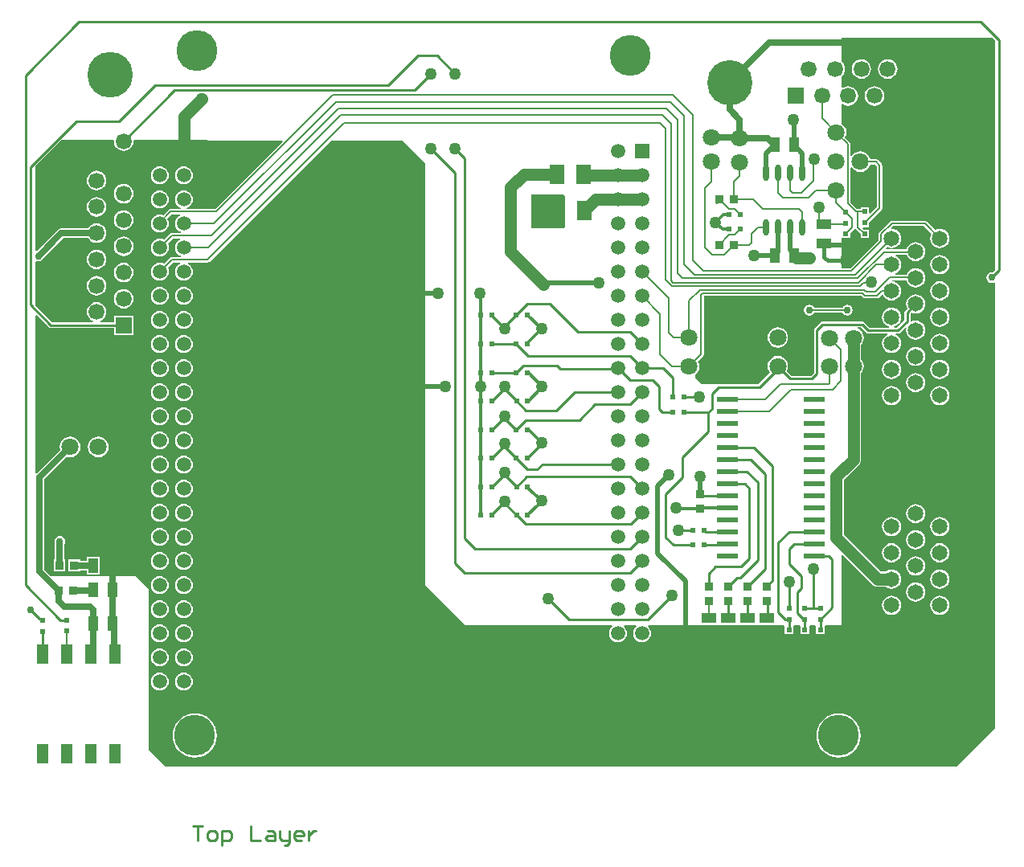
<source format=gtl>
G04*
G04 #@! TF.GenerationSoftware,Altium Limited,Altium Designer,19.0.14 (431)*
G04*
G04 Layer_Physical_Order=1*
G04 Layer_Color=255*
%FSLAX25Y25*%
%MOIN*%
G70*
G01*
G75*
%ADD10C,0.01000*%
%ADD15C,0.00800*%
%ADD18R,0.06000X0.08000*%
%ADD19R,0.04000X0.06000*%
%ADD20R,0.03543X0.03740*%
%ADD21R,0.04528X0.08032*%
%ADD22R,0.02165X0.02165*%
%ADD23R,0.09000X0.02400*%
%ADD24R,0.02165X0.02165*%
%ADD25R,0.06000X0.04000*%
%ADD26R,0.03347X0.03347*%
%ADD27R,0.03740X0.03543*%
%ADD28O,0.02362X0.06890*%
%ADD53C,0.00700*%
%ADD54C,0.05000*%
%ADD55C,0.02000*%
%ADD56C,0.02500*%
%ADD57C,0.01200*%
%ADD58C,0.10000*%
%ADD59C,0.01500*%
%ADD60C,0.16929*%
%ADD61C,0.13800*%
%ADD62C,0.06500*%
%ADD63C,0.05906*%
%ADD64R,0.05906X0.05906*%
%ADD65C,0.07087*%
%ADD66C,0.18740*%
%ADD67R,0.06653X0.06653*%
%ADD68C,0.06653*%
%ADD69R,0.06653X0.06653*%
%ADD70C,0.06653*%
%ADD71C,0.18898*%
%ADD72C,0.03000*%
%ADD73C,0.05000*%
G36*
X491500Y611270D02*
X491500Y516230D01*
X490428Y515158D01*
X490000Y515243D01*
X489142Y515072D01*
X488414Y514586D01*
X487928Y513858D01*
X487757Y513000D01*
X487928Y512142D01*
X488414Y511414D01*
X489142Y510928D01*
X490000Y510757D01*
X490858Y510928D01*
X491059Y511062D01*
X491500Y510826D01*
X491500Y326000D01*
X475501Y310001D01*
X452000Y310000D01*
X147500D01*
X140500Y317000D01*
Y383500D01*
X135000Y389000D01*
X99844Y389000D01*
X97073Y391770D01*
Y429142D01*
X106548Y438617D01*
X106700Y438554D01*
X107808Y438408D01*
X108916Y438554D01*
X109948Y438981D01*
X110834Y439662D01*
X111514Y440548D01*
X111942Y441580D01*
X112088Y442688D01*
X111942Y443796D01*
X111514Y444828D01*
X110834Y445714D01*
X109948Y446394D01*
X108916Y446822D01*
X107808Y446968D01*
X106700Y446822D01*
X105668Y446394D01*
X104782Y445714D01*
X104101Y444828D01*
X103674Y443796D01*
X103528Y442688D01*
X103674Y441580D01*
X103737Y441428D01*
X94000Y431692D01*
X93500Y431899D01*
X93500Y497116D01*
X93962Y497308D01*
X98899Y492371D01*
X99296Y492106D01*
X99764Y492013D01*
X125965D01*
Y489209D01*
X134019D01*
Y497263D01*
X125965D01*
Y494460D01*
X120430D01*
X120330Y494960D01*
X120842Y495172D01*
X121683Y495817D01*
X122328Y496658D01*
X122734Y497638D01*
X122873Y498689D01*
X122734Y499740D01*
X122328Y500720D01*
X121683Y501561D01*
X120842Y502206D01*
X119862Y502612D01*
X118811Y502750D01*
X117760Y502612D01*
X116780Y502206D01*
X115939Y501561D01*
X115294Y500720D01*
X114888Y499740D01*
X114750Y498689D01*
X114888Y497638D01*
X115294Y496658D01*
X115939Y495817D01*
X116780Y495172D01*
X117292Y494960D01*
X117192Y494460D01*
X100271D01*
X93500Y501230D01*
Y519472D01*
X94000Y519812D01*
X94608Y519691D01*
X95466Y519862D01*
X96194Y520348D01*
X96680Y521075D01*
X96709Y521224D01*
X104903Y529417D01*
X115276D01*
X115294Y529375D01*
X115939Y528534D01*
X116780Y527888D01*
X117760Y527482D01*
X118811Y527344D01*
X119862Y527482D01*
X120842Y527888D01*
X121683Y528534D01*
X122328Y529375D01*
X122734Y530354D01*
X122873Y531405D01*
X122734Y532457D01*
X122328Y533436D01*
X121683Y534277D01*
X120842Y534923D01*
X119862Y535329D01*
X118811Y535467D01*
X117760Y535329D01*
X116780Y534923D01*
X115939Y534277D01*
X115294Y533436D01*
X115276Y533394D01*
X104079D01*
X103318Y533242D01*
X102673Y532811D01*
X94000Y524138D01*
X93683Y524230D01*
X93500Y524395D01*
X93500Y559270D01*
X104324Y570094D01*
X125614Y570046D01*
X125943Y569670D01*
X125931Y569575D01*
X126069Y568524D01*
X126475Y567544D01*
X127120Y566703D01*
X127961Y566057D01*
X128941Y565652D01*
X129992Y565513D01*
X131043Y565652D01*
X132023Y566057D01*
X132864Y566703D01*
X133510Y567544D01*
X133915Y568524D01*
X134054Y569575D01*
X134044Y569651D01*
X134374Y570026D01*
X195792Y569888D01*
X195983Y569426D01*
X167993Y541436D01*
X156289D01*
X156189Y541936D01*
X156842Y542207D01*
X157605Y542793D01*
X158191Y543555D01*
X158559Y544444D01*
X158684Y545398D01*
X158559Y546351D01*
X158191Y547240D01*
X157605Y548003D01*
X156842Y548588D01*
X155954Y548956D01*
X155000Y549082D01*
X154046Y548956D01*
X153158Y548588D01*
X152395Y548003D01*
X151809Y547240D01*
X151441Y546351D01*
X151316Y545398D01*
X151441Y544444D01*
X151809Y543555D01*
X152395Y542793D01*
X153158Y542207D01*
X153811Y541936D01*
X153711Y541436D01*
X149447D01*
X149447Y541436D01*
X149018Y541351D01*
X148654Y541108D01*
X148654Y541108D01*
X146342Y538796D01*
X145954Y538956D01*
X145000Y539082D01*
X144046Y538956D01*
X143158Y538588D01*
X142395Y538003D01*
X141809Y537240D01*
X141441Y536351D01*
X141316Y535398D01*
X141441Y534444D01*
X141809Y533556D01*
X142395Y532793D01*
X143158Y532207D01*
X144046Y531839D01*
X145000Y531713D01*
X145954Y531839D01*
X146842Y532207D01*
X147605Y532793D01*
X148191Y533556D01*
X148559Y534444D01*
X148684Y535398D01*
X148559Y536351D01*
X148191Y537240D01*
X148090Y537371D01*
X149912Y539193D01*
X153312D01*
X153411Y538693D01*
X153158Y538588D01*
X152395Y538003D01*
X151809Y537240D01*
X151441Y536351D01*
X151316Y535398D01*
X151441Y534444D01*
X151809Y533556D01*
X152395Y532793D01*
X153158Y532207D01*
X153811Y531937D01*
X153711Y531436D01*
X149917D01*
X149917Y531436D01*
X149488Y531351D01*
X149124Y531108D01*
X149124Y531108D01*
X146674Y528658D01*
X145954Y528956D01*
X145000Y529082D01*
X144046Y528956D01*
X143158Y528588D01*
X142395Y528003D01*
X141809Y527240D01*
X141441Y526351D01*
X141316Y525398D01*
X141441Y524444D01*
X141809Y523556D01*
X142395Y522792D01*
X143158Y522207D01*
X144046Y521839D01*
X145000Y521713D01*
X145954Y521839D01*
X146842Y522207D01*
X147605Y522792D01*
X148191Y523556D01*
X148559Y524444D01*
X148684Y525398D01*
X148559Y526351D01*
X148260Y527072D01*
X150382Y529193D01*
X153312D01*
X153411Y528693D01*
X153158Y528588D01*
X152395Y528003D01*
X151809Y527240D01*
X151441Y526351D01*
X151316Y525398D01*
X151441Y524444D01*
X151809Y523556D01*
X152395Y522792D01*
X153158Y522207D01*
X153811Y521937D01*
X153711Y521437D01*
X149917D01*
X149917Y521437D01*
X149488Y521351D01*
X149124Y521108D01*
X149124Y521108D01*
X146674Y518658D01*
X145954Y518956D01*
X145000Y519082D01*
X144046Y518956D01*
X143158Y518588D01*
X142395Y518003D01*
X141809Y517240D01*
X141441Y516351D01*
X141316Y515398D01*
X141441Y514444D01*
X141809Y513555D01*
X142395Y512792D01*
X143158Y512207D01*
X144046Y511839D01*
X145000Y511713D01*
X145954Y511839D01*
X146842Y512207D01*
X147605Y512792D01*
X148191Y513555D01*
X148559Y514444D01*
X148684Y515398D01*
X148559Y516351D01*
X148260Y517072D01*
X150382Y519193D01*
X153312D01*
X153411Y518693D01*
X153158Y518588D01*
X152395Y518003D01*
X151809Y517240D01*
X151441Y516351D01*
X151316Y515398D01*
X151441Y514444D01*
X151809Y513555D01*
X152395Y512792D01*
X153158Y512207D01*
X154046Y511839D01*
X155000Y511713D01*
X155954Y511839D01*
X156842Y512207D01*
X157605Y512792D01*
X158191Y513555D01*
X158559Y514444D01*
X158684Y515398D01*
X158559Y516351D01*
X158191Y517240D01*
X157605Y518003D01*
X156842Y518588D01*
X156588Y518693D01*
X156688Y519193D01*
X164815D01*
X164815Y519193D01*
X165244Y519279D01*
X165608Y519522D01*
X215929Y569843D01*
X245653Y569776D01*
X255000Y560428D01*
X255000Y385286D01*
X271620Y368666D01*
X332438D01*
X332608Y368166D01*
X332395Y368003D01*
X331809Y367240D01*
X331441Y366351D01*
X331316Y365398D01*
X331441Y364444D01*
X331809Y363556D01*
X332395Y362792D01*
X333158Y362207D01*
X334046Y361839D01*
X335000Y361713D01*
X335954Y361839D01*
X336842Y362207D01*
X337605Y362792D01*
X338191Y363556D01*
X338559Y364444D01*
X338684Y365398D01*
X338559Y366351D01*
X338191Y367240D01*
X337605Y368003D01*
X337392Y368166D01*
X337562Y368666D01*
X342438D01*
X342608Y368166D01*
X342395Y368003D01*
X341809Y367240D01*
X341441Y366351D01*
X341316Y365398D01*
X341441Y364444D01*
X341809Y363556D01*
X342395Y362792D01*
X343158Y362207D01*
X344046Y361839D01*
X345000Y361713D01*
X345954Y361839D01*
X346842Y362207D01*
X347605Y362792D01*
X348191Y363556D01*
X348559Y364444D01*
X348684Y365398D01*
X348559Y366351D01*
X348191Y367240D01*
X347605Y368003D01*
X347392Y368166D01*
X347562Y368666D01*
X403752D01*
X404217Y368583D01*
Y365017D01*
X407783D01*
Y368583D01*
X408248Y368666D01*
X410252D01*
X410717Y368583D01*
Y365017D01*
X414283D01*
Y368583D01*
X414748Y368666D01*
X416752D01*
X417217Y368583D01*
Y365017D01*
X420783D01*
Y368583D01*
X421248Y368666D01*
X427398D01*
X427685Y368666D01*
X427685Y368666D01*
X427836Y368817D01*
X427836Y369104D01*
Y387894D01*
X427685Y388331D01*
Y397797D01*
X428147Y397988D01*
X440524Y385612D01*
X441192Y385099D01*
X441971Y384776D01*
X442806Y384666D01*
X446218D01*
X446508Y384443D01*
X447469Y384045D01*
X448500Y383910D01*
X449531Y384045D01*
X450492Y384443D01*
X451317Y385076D01*
X451950Y385902D01*
X452348Y386862D01*
X452484Y387894D01*
X452348Y388925D01*
X451950Y389886D01*
X451317Y390711D01*
X450492Y391344D01*
X449531Y391742D01*
X448500Y391878D01*
X447469Y391742D01*
X446508Y391344D01*
X446218Y391121D01*
X444143D01*
X428728Y406537D01*
Y428975D01*
X434924Y435172D01*
X435437Y435840D01*
X435759Y436619D01*
X435869Y437454D01*
Y473460D01*
X436348Y474085D01*
X436776Y475117D01*
X436922Y476225D01*
X436776Y477332D01*
X436348Y478365D01*
X435869Y478989D01*
Y485162D01*
X436348Y485786D01*
X436776Y486819D01*
X436922Y487926D01*
X436776Y489034D01*
X436348Y490066D01*
X435668Y490953D01*
X434782Y491633D01*
X434435Y491777D01*
X434534Y492276D01*
X435808D01*
X437950Y490135D01*
X438347Y489870D01*
X438815Y489777D01*
X446740D01*
X446839Y489277D01*
X446508Y489139D01*
X445683Y488506D01*
X445050Y487681D01*
X444652Y486720D01*
X444516Y485689D01*
X444652Y484658D01*
X445050Y483697D01*
X445683Y482872D01*
X446508Y482239D01*
X447469Y481841D01*
X448500Y481705D01*
X449531Y481841D01*
X450492Y482239D01*
X451317Y482872D01*
X451950Y483697D01*
X452348Y484658D01*
X452484Y485689D01*
X452348Y486720D01*
X451950Y487681D01*
X451317Y488506D01*
X450492Y489139D01*
X450161Y489277D01*
X450260Y489777D01*
X451185D01*
X451653Y489870D01*
X452050Y490135D01*
X454175Y492260D01*
X454632Y492009D01*
X454516Y491130D01*
X454652Y490099D01*
X455050Y489138D01*
X455683Y488313D01*
X456508Y487680D01*
X457469Y487282D01*
X458500Y487146D01*
X459531Y487282D01*
X460492Y487680D01*
X461317Y488313D01*
X461950Y489138D01*
X462348Y490099D01*
X462484Y491130D01*
X462348Y492161D01*
X461950Y493122D01*
X461317Y493947D01*
X460492Y494580D01*
X459531Y494978D01*
X458500Y495114D01*
X457469Y494978D01*
X456783Y494694D01*
X456595Y494780D01*
X456316Y495042D01*
Y498079D01*
X456700Y498463D01*
X457469Y498145D01*
X458500Y498009D01*
X459531Y498145D01*
X460492Y498543D01*
X461317Y499176D01*
X461950Y500001D01*
X462348Y500962D01*
X462484Y501993D01*
X462348Y503025D01*
X461950Y503986D01*
X461317Y504811D01*
X460492Y505444D01*
X459531Y505842D01*
X458500Y505977D01*
X457469Y505842D01*
X456508Y505444D01*
X455683Y504811D01*
X455050Y503986D01*
X454652Y503025D01*
X454516Y501993D01*
X454652Y500962D01*
X454970Y500194D01*
X454227Y499451D01*
X453962Y499054D01*
X453869Y498586D01*
Y495414D01*
X450678Y492224D01*
X449618D01*
X449531Y492707D01*
X450492Y493105D01*
X451317Y493738D01*
X451950Y494563D01*
X452348Y495524D01*
X452484Y496555D01*
X452348Y497586D01*
X451950Y498547D01*
X451317Y499372D01*
X450492Y500005D01*
X449531Y500403D01*
X448500Y500539D01*
X447469Y500403D01*
X446508Y500005D01*
X445683Y499372D01*
X445050Y498547D01*
X444652Y497586D01*
X444516Y496555D01*
X444652Y495524D01*
X445050Y494563D01*
X445683Y493738D01*
X446508Y493105D01*
X447469Y492707D01*
X447382Y492224D01*
X439322D01*
X438027Y493519D01*
X437180Y494365D01*
X436783Y494630D01*
X436315Y494724D01*
X419830D01*
X419362Y494630D01*
X418965Y494365D01*
X416635Y492035D01*
X416370Y491638D01*
X416277Y491170D01*
Y473507D01*
X414993Y472224D01*
X407007D01*
X405032Y474199D01*
X405410Y475111D01*
X405555Y476219D01*
X405410Y477326D01*
X404982Y478358D01*
X404302Y479245D01*
X403415Y479925D01*
X402383Y480353D01*
X401275Y480498D01*
X400168Y480353D01*
X399135Y479925D01*
X398249Y479245D01*
X397569Y478358D01*
X397141Y477326D01*
X396996Y476219D01*
X397141Y475111D01*
X397569Y474079D01*
X397967Y473560D01*
X393167Y468760D01*
X369740D01*
X367000Y471500D01*
Y472570D01*
X367526Y472974D01*
X368207Y473860D01*
X368634Y474892D01*
X368780Y476000D01*
X368634Y477108D01*
X368212Y478126D01*
X370293Y480207D01*
X370293Y480207D01*
X370536Y480571D01*
X370622Y481000D01*
X370621Y481000D01*
Y505306D01*
X435987D01*
X436586Y504707D01*
X436586Y504707D01*
X436949Y504464D01*
X437379Y504378D01*
X437379Y504378D01*
X442548D01*
X442548Y504378D01*
X442977Y504464D01*
X443341Y504707D01*
X444443Y505808D01*
X444933Y505711D01*
X445050Y505429D01*
X445683Y504604D01*
X446508Y503971D01*
X447469Y503573D01*
X448500Y503437D01*
X449531Y503573D01*
X450492Y503971D01*
X451317Y504604D01*
X451950Y505429D01*
X452348Y506390D01*
X452484Y507421D01*
X452348Y508452D01*
X451950Y509413D01*
X451317Y510238D01*
X450492Y510872D01*
X449531Y511270D01*
X448704Y511378D01*
X448737Y511878D01*
X454645D01*
X454652Y511826D01*
X455050Y510865D01*
X455683Y510040D01*
X456508Y509407D01*
X457469Y509009D01*
X458500Y508873D01*
X459531Y509009D01*
X460492Y509407D01*
X461317Y510040D01*
X461950Y510865D01*
X462348Y511826D01*
X462484Y512857D01*
X462348Y513888D01*
X461950Y514849D01*
X461317Y515674D01*
X460492Y516307D01*
X459531Y516705D01*
X458500Y516841D01*
X457469Y516705D01*
X456508Y516307D01*
X455683Y515674D01*
X455050Y514849D01*
X454748Y514122D01*
X450071D01*
X449972Y514622D01*
X450492Y514837D01*
X451317Y515470D01*
X451950Y516295D01*
X452348Y517256D01*
X452484Y518287D01*
X452348Y519318D01*
X451950Y520279D01*
X451317Y521104D01*
X450492Y521738D01*
X450152Y521878D01*
X450252Y522378D01*
X454780D01*
X455050Y521728D01*
X455683Y520903D01*
X456508Y520270D01*
X457469Y519872D01*
X458500Y519736D01*
X459531Y519872D01*
X460492Y520270D01*
X461317Y520903D01*
X461950Y521728D01*
X462348Y522689D01*
X462484Y523720D01*
X462348Y524752D01*
X461950Y525712D01*
X461317Y526538D01*
X460492Y527171D01*
X459531Y527569D01*
X458500Y527704D01*
X457469Y527569D01*
X456508Y527171D01*
X455683Y526538D01*
X455050Y525712D01*
X454652Y524752D01*
X454635Y524622D01*
X446207D01*
X446016Y525083D01*
X446598Y525666D01*
X447469Y525305D01*
X448500Y525169D01*
X449531Y525305D01*
X450492Y525703D01*
X451317Y526336D01*
X451950Y527162D01*
X452348Y528122D01*
X452484Y529153D01*
X452348Y530185D01*
X451950Y531145D01*
X451317Y531971D01*
X450492Y532604D01*
X449531Y533002D01*
X448611Y533123D01*
X448359Y533578D01*
X449057Y534276D01*
X461791D01*
X465012Y531055D01*
X464652Y530185D01*
X464516Y529153D01*
X464652Y528122D01*
X465050Y527162D01*
X465683Y526336D01*
X466508Y525703D01*
X467469Y525305D01*
X468500Y525169D01*
X469531Y525305D01*
X470492Y525703D01*
X471317Y526336D01*
X471950Y527162D01*
X472348Y528122D01*
X472484Y529153D01*
X472348Y530185D01*
X471950Y531145D01*
X471317Y531971D01*
X470492Y532604D01*
X469531Y533002D01*
X468500Y533138D01*
X467469Y533002D01*
X466598Y532641D01*
X463049Y536191D01*
X462685Y536434D01*
X462256Y536519D01*
X462256Y536519D01*
X448592D01*
X448592Y536519D01*
X448163Y536434D01*
X447799Y536191D01*
X447799Y536191D01*
X443357Y531748D01*
X443114Y531385D01*
X443028Y530955D01*
X443028Y530955D01*
Y528402D01*
X431422Y516796D01*
X427836D01*
X427836Y529324D01*
X431283D01*
Y531304D01*
X432793Y532814D01*
X432793Y532814D01*
X433036Y533178D01*
X433038Y533187D01*
X433563Y533265D01*
X433707Y533050D01*
X435605Y531152D01*
Y529324D01*
X439170D01*
Y532890D01*
X437039D01*
X436474Y533455D01*
X436665Y533917D01*
X439171D01*
Y535897D01*
X444293Y541019D01*
X444293Y541019D01*
X444536Y541383D01*
X444622Y541812D01*
X444622Y541812D01*
Y559500D01*
X444622Y559500D01*
X444536Y559929D01*
X444293Y560293D01*
X442793Y561793D01*
X442429Y562036D01*
X442000Y562122D01*
X442000Y562122D01*
X439628D01*
X439207Y563140D01*
X438526Y564026D01*
X437640Y564707D01*
X436608Y565134D01*
X435500Y565280D01*
X434392Y565134D01*
X433360Y564707D01*
X432474Y564026D01*
X431982Y563385D01*
X431482Y563555D01*
Y568376D01*
X431396Y568805D01*
X431153Y569169D01*
X431153Y569169D01*
X429212Y571110D01*
X429634Y572129D01*
X429780Y573236D01*
X429634Y574344D01*
X429207Y575376D01*
X428526Y576263D01*
X427836Y576792D01*
Y584722D01*
X428284Y584943D01*
X428469Y584801D01*
X429449Y584396D01*
X430500Y584257D01*
X431551Y584396D01*
X432531Y584801D01*
X433372Y585447D01*
X434017Y586288D01*
X434423Y587268D01*
X434561Y588319D01*
X434423Y589370D01*
X434017Y590350D01*
X433372Y591191D01*
X432531Y591836D01*
X431551Y592242D01*
X430500Y592380D01*
X429449Y592242D01*
X428469Y591836D01*
X428284Y591694D01*
X427836Y591916D01*
Y596564D01*
X427919Y596628D01*
X428565Y597469D01*
X428970Y598449D01*
X429109Y599500D01*
X428970Y600551D01*
X428565Y601531D01*
X427919Y602372D01*
X427836Y602436D01*
Y612500D01*
X490270Y612500D01*
X491500Y611270D01*
D02*
G37*
G36*
X442378Y559035D02*
Y542277D01*
X439633Y539531D01*
X439171Y539722D01*
Y542083D01*
X435605D01*
Y541422D01*
X434165D01*
X431482Y544104D01*
Y558445D01*
X431982Y558615D01*
X432474Y557974D01*
X433360Y557294D01*
X434392Y556866D01*
X435500Y556720D01*
X436608Y556866D01*
X437640Y557294D01*
X438526Y557974D01*
X439207Y558860D01*
X439628Y559878D01*
X441535D01*
X442378Y559035D01*
D02*
G37*
G36*
X313181Y546819D02*
X313181Y534181D01*
X312500Y533500D01*
X299000D01*
Y547500D01*
X312500D01*
X313181Y546819D01*
D02*
G37*
%LPC*%
G36*
X446858Y603561D02*
X445807Y603423D01*
X444828Y603017D01*
X443986Y602372D01*
X443341Y601531D01*
X442935Y600551D01*
X442797Y599500D01*
X442935Y598449D01*
X443341Y597469D01*
X443986Y596628D01*
X444828Y595983D01*
X445807Y595577D01*
X446858Y595438D01*
X447909Y595577D01*
X448889Y595983D01*
X449730Y596628D01*
X450376Y597469D01*
X450781Y598449D01*
X450920Y599500D01*
X450781Y600551D01*
X450376Y601531D01*
X449730Y602372D01*
X448889Y603017D01*
X447909Y603423D01*
X446858Y603561D01*
D02*
G37*
G36*
X435953D02*
X434902Y603423D01*
X433922Y603017D01*
X433081Y602372D01*
X432435Y601531D01*
X432030Y600551D01*
X431891Y599500D01*
X432030Y598449D01*
X432435Y597469D01*
X433081Y596628D01*
X433922Y595983D01*
X434902Y595577D01*
X435953Y595438D01*
X437004Y595577D01*
X437984Y595983D01*
X438825Y596628D01*
X439470Y597469D01*
X439876Y598449D01*
X440014Y599500D01*
X439876Y600551D01*
X439470Y601531D01*
X438825Y602372D01*
X437984Y603017D01*
X437004Y603423D01*
X435953Y603561D01*
D02*
G37*
G36*
X441405Y592380D02*
X440354Y592242D01*
X439375Y591836D01*
X438534Y591191D01*
X437888Y590350D01*
X437482Y589370D01*
X437344Y588319D01*
X437482Y587268D01*
X437888Y586288D01*
X438534Y585447D01*
X439375Y584801D01*
X440354Y584396D01*
X441405Y584257D01*
X442457Y584396D01*
X443436Y584801D01*
X444277Y585447D01*
X444923Y586288D01*
X445329Y587268D01*
X445467Y588319D01*
X445329Y589370D01*
X444923Y590350D01*
X444277Y591191D01*
X443436Y591836D01*
X442457Y592242D01*
X441405Y592380D01*
D02*
G37*
G36*
X155000Y559082D02*
X154046Y558956D01*
X153158Y558588D01*
X152395Y558003D01*
X151809Y557240D01*
X151441Y556351D01*
X151316Y555398D01*
X151441Y554444D01*
X151809Y553555D01*
X152395Y552793D01*
X153158Y552207D01*
X154046Y551839D01*
X155000Y551713D01*
X155954Y551839D01*
X156842Y552207D01*
X157605Y552793D01*
X158191Y553555D01*
X158559Y554444D01*
X158684Y555398D01*
X158559Y556351D01*
X158191Y557240D01*
X157605Y558003D01*
X156842Y558588D01*
X155954Y558956D01*
X155000Y559082D01*
D02*
G37*
G36*
X145000D02*
X144046Y558956D01*
X143158Y558588D01*
X142395Y558003D01*
X141809Y557240D01*
X141441Y556351D01*
X141316Y555398D01*
X141441Y554444D01*
X141809Y553555D01*
X142395Y552793D01*
X143158Y552207D01*
X144046Y551839D01*
X145000Y551713D01*
X145954Y551839D01*
X146842Y552207D01*
X147605Y552793D01*
X148191Y553555D01*
X148559Y554444D01*
X148684Y555398D01*
X148559Y556351D01*
X148191Y557240D01*
X147605Y558003D01*
X146842Y558588D01*
X145954Y558956D01*
X145000Y559082D01*
D02*
G37*
G36*
X118811Y557278D02*
X117760Y557140D01*
X116780Y556734D01*
X115939Y556088D01*
X115294Y555247D01*
X114888Y554268D01*
X114750Y553217D01*
X114888Y552165D01*
X115294Y551186D01*
X115939Y550345D01*
X116780Y549699D01*
X117760Y549293D01*
X118811Y549155D01*
X119862Y549293D01*
X120842Y549699D01*
X121683Y550345D01*
X122328Y551186D01*
X122734Y552165D01*
X122873Y553217D01*
X122734Y554268D01*
X122328Y555247D01*
X121683Y556088D01*
X120842Y556734D01*
X119862Y557140D01*
X118811Y557278D01*
D02*
G37*
G36*
X129992Y551825D02*
X128941Y551687D01*
X127961Y551281D01*
X127120Y550636D01*
X126475Y549794D01*
X126069Y548815D01*
X125931Y547764D01*
X126069Y546713D01*
X126475Y545733D01*
X127120Y544892D01*
X127961Y544246D01*
X128941Y543841D01*
X129992Y543702D01*
X131043Y543841D01*
X132023Y544246D01*
X132864Y544892D01*
X133510Y545733D01*
X133915Y546713D01*
X134054Y547764D01*
X133915Y548815D01*
X133510Y549794D01*
X132864Y550636D01*
X132023Y551281D01*
X131043Y551687D01*
X129992Y551825D01*
D02*
G37*
G36*
X145000Y549082D02*
X144046Y548956D01*
X143158Y548588D01*
X142395Y548003D01*
X141809Y547240D01*
X141441Y546351D01*
X141316Y545398D01*
X141441Y544444D01*
X141809Y543555D01*
X142395Y542793D01*
X143158Y542207D01*
X144046Y541839D01*
X145000Y541713D01*
X145954Y541839D01*
X146842Y542207D01*
X147605Y542793D01*
X148191Y543555D01*
X148559Y544444D01*
X148684Y545398D01*
X148559Y546351D01*
X148191Y547240D01*
X147605Y548003D01*
X146842Y548588D01*
X145954Y548956D01*
X145000Y549082D01*
D02*
G37*
G36*
X118811Y546373D02*
X117760Y546234D01*
X116780Y545828D01*
X115939Y545183D01*
X115294Y544342D01*
X114888Y543362D01*
X114750Y542311D01*
X114888Y541260D01*
X115294Y540280D01*
X115939Y539439D01*
X116780Y538794D01*
X117760Y538388D01*
X118811Y538249D01*
X119862Y538388D01*
X120842Y538794D01*
X121683Y539439D01*
X122328Y540280D01*
X122734Y541260D01*
X122873Y542311D01*
X122734Y543362D01*
X122328Y544342D01*
X121683Y545183D01*
X120842Y545828D01*
X119862Y546234D01*
X118811Y546373D01*
D02*
G37*
G36*
X129992Y540920D02*
X128941Y540781D01*
X127961Y540376D01*
X127120Y539730D01*
X126475Y538889D01*
X126069Y537910D01*
X125931Y536858D01*
X126069Y535807D01*
X126475Y534828D01*
X127120Y533986D01*
X127961Y533341D01*
X128941Y532935D01*
X129992Y532797D01*
X131043Y532935D01*
X132023Y533341D01*
X132864Y533986D01*
X133510Y534828D01*
X133915Y535807D01*
X134054Y536858D01*
X133915Y537910D01*
X133510Y538889D01*
X132864Y539730D01*
X132023Y540376D01*
X131043Y540781D01*
X129992Y540920D01*
D02*
G37*
G36*
Y530014D02*
X128941Y529876D01*
X127961Y529470D01*
X127120Y528825D01*
X126475Y527983D01*
X126069Y527004D01*
X125931Y525953D01*
X126069Y524901D01*
X126475Y523922D01*
X127120Y523081D01*
X127961Y522435D01*
X128941Y522030D01*
X129992Y521891D01*
X131043Y522030D01*
X132023Y522435D01*
X132864Y523081D01*
X133510Y523922D01*
X133915Y524901D01*
X134054Y525953D01*
X133915Y527004D01*
X133510Y527983D01*
X132864Y528825D01*
X132023Y529470D01*
X131043Y529876D01*
X129992Y530014D01*
D02*
G37*
G36*
X118811Y524562D02*
X117760Y524423D01*
X116780Y524017D01*
X115939Y523372D01*
X115294Y522531D01*
X114888Y521551D01*
X114750Y520500D01*
X114888Y519449D01*
X115294Y518469D01*
X115939Y517628D01*
X116780Y516983D01*
X117760Y516577D01*
X118811Y516438D01*
X119862Y516577D01*
X120842Y516983D01*
X121683Y517628D01*
X122328Y518469D01*
X122734Y519449D01*
X122873Y520500D01*
X122734Y521551D01*
X122328Y522531D01*
X121683Y523372D01*
X120842Y524017D01*
X119862Y524423D01*
X118811Y524562D01*
D02*
G37*
G36*
X468500Y522271D02*
X467469Y522136D01*
X466508Y521738D01*
X465683Y521104D01*
X465050Y520279D01*
X464652Y519318D01*
X464516Y518287D01*
X464652Y517256D01*
X465050Y516295D01*
X465683Y515470D01*
X466508Y514837D01*
X467469Y514439D01*
X468500Y514303D01*
X469531Y514439D01*
X470492Y514837D01*
X471317Y515470D01*
X471950Y516295D01*
X472348Y517256D01*
X472484Y518287D01*
X472348Y519318D01*
X471950Y520279D01*
X471317Y521104D01*
X470492Y521738D01*
X469531Y522136D01*
X468500Y522271D01*
D02*
G37*
G36*
X129992Y519109D02*
X128941Y518970D01*
X127961Y518565D01*
X127120Y517919D01*
X126475Y517078D01*
X126069Y516098D01*
X125931Y515047D01*
X126069Y513996D01*
X126475Y513016D01*
X127120Y512175D01*
X127961Y511530D01*
X128941Y511124D01*
X129992Y510986D01*
X131043Y511124D01*
X132023Y511530D01*
X132864Y512175D01*
X133510Y513016D01*
X133915Y513996D01*
X134054Y515047D01*
X133915Y516098D01*
X133510Y517078D01*
X132864Y517919D01*
X132023Y518565D01*
X131043Y518970D01*
X129992Y519109D01*
D02*
G37*
G36*
X118811Y513656D02*
X117760Y513518D01*
X116780Y513112D01*
X115939Y512466D01*
X115294Y511625D01*
X114888Y510646D01*
X114750Y509594D01*
X114888Y508543D01*
X115294Y507564D01*
X115939Y506723D01*
X116780Y506077D01*
X117760Y505671D01*
X118811Y505533D01*
X119862Y505671D01*
X120842Y506077D01*
X121683Y506723D01*
X122328Y507564D01*
X122734Y508543D01*
X122873Y509594D01*
X122734Y510646D01*
X122328Y511625D01*
X121683Y512466D01*
X120842Y513112D01*
X119862Y513518D01*
X118811Y513656D01*
D02*
G37*
G36*
X468500Y511405D02*
X467469Y511270D01*
X466508Y510872D01*
X465683Y510238D01*
X465050Y509413D01*
X464652Y508452D01*
X464516Y507421D01*
X464652Y506390D01*
X465050Y505429D01*
X465683Y504604D01*
X466508Y503971D01*
X467469Y503573D01*
X468500Y503437D01*
X469531Y503573D01*
X470492Y503971D01*
X471317Y504604D01*
X471950Y505429D01*
X472348Y506390D01*
X472484Y507421D01*
X472348Y508452D01*
X471950Y509413D01*
X471317Y510238D01*
X470492Y510872D01*
X469531Y511270D01*
X468500Y511405D01*
D02*
G37*
G36*
X155000Y509082D02*
X154046Y508956D01*
X153158Y508588D01*
X152395Y508003D01*
X151809Y507240D01*
X151441Y506351D01*
X151316Y505398D01*
X151441Y504444D01*
X151809Y503555D01*
X152395Y502793D01*
X153158Y502207D01*
X154046Y501839D01*
X155000Y501713D01*
X155954Y501839D01*
X156842Y502207D01*
X157605Y502793D01*
X158191Y503555D01*
X158559Y504444D01*
X158684Y505398D01*
X158559Y506351D01*
X158191Y507240D01*
X157605Y508003D01*
X156842Y508588D01*
X155954Y508956D01*
X155000Y509082D01*
D02*
G37*
G36*
X145000D02*
X144046Y508956D01*
X143158Y508588D01*
X142395Y508003D01*
X141809Y507240D01*
X141441Y506351D01*
X141316Y505398D01*
X141441Y504444D01*
X141809Y503555D01*
X142395Y502793D01*
X143158Y502207D01*
X144046Y501839D01*
X145000Y501713D01*
X145954Y501839D01*
X146842Y502207D01*
X147605Y502793D01*
X148191Y503555D01*
X148559Y504444D01*
X148684Y505398D01*
X148559Y506351D01*
X148191Y507240D01*
X147605Y508003D01*
X146842Y508588D01*
X145954Y508956D01*
X145000Y509082D01*
D02*
G37*
G36*
X430142Y501671D02*
X429283Y501500D01*
X428555Y501014D01*
X428336Y500685D01*
D01*
X428211Y500498D01*
X416322D01*
X415978Y501014D01*
X415250Y501500D01*
X414392Y501671D01*
X413533Y501500D01*
X412806Y501014D01*
X412319Y500286D01*
X412149Y499428D01*
X412319Y498569D01*
X412806Y497842D01*
X413533Y497355D01*
X414392Y497185D01*
X415250Y497355D01*
X415978Y497842D01*
X416322Y498357D01*
X428211D01*
X428555Y497842D01*
X429283Y497355D01*
X430142Y497185D01*
X431000Y497355D01*
X431728Y497842D01*
X432214Y498569D01*
X432385Y499428D01*
X432214Y500286D01*
X431728Y501014D01*
X431000Y501500D01*
X430142Y501671D01*
D02*
G37*
G36*
X129992Y508203D02*
X128941Y508065D01*
X127961Y507659D01*
X127120Y507014D01*
X126475Y506173D01*
X126069Y505193D01*
X125931Y504142D01*
X126069Y503090D01*
X126475Y502111D01*
X127120Y501270D01*
X127961Y500624D01*
X128941Y500219D01*
X129992Y500080D01*
X131043Y500219D01*
X132023Y500624D01*
X132864Y501270D01*
X133510Y502111D01*
X133915Y503090D01*
X134054Y504142D01*
X133915Y505193D01*
X133510Y506173D01*
X132864Y507014D01*
X132023Y507659D01*
X131043Y508065D01*
X129992Y508203D01*
D02*
G37*
G36*
X468500Y500539D02*
X467469Y500403D01*
X466508Y500005D01*
X465683Y499372D01*
X465050Y498547D01*
X464652Y497586D01*
X464516Y496555D01*
X464652Y495524D01*
X465050Y494563D01*
X465683Y493738D01*
X466508Y493105D01*
X467469Y492707D01*
X468500Y492571D01*
X469531Y492707D01*
X470492Y493105D01*
X471317Y493738D01*
X471950Y494563D01*
X472348Y495524D01*
X472484Y496555D01*
X472348Y497586D01*
X471950Y498547D01*
X471317Y499372D01*
X470492Y500005D01*
X469531Y500403D01*
X468500Y500539D01*
D02*
G37*
G36*
X155000Y499082D02*
X154046Y498956D01*
X153158Y498588D01*
X152395Y498003D01*
X151809Y497240D01*
X151441Y496351D01*
X151316Y495398D01*
X151441Y494444D01*
X151809Y493555D01*
X152395Y492793D01*
X153158Y492207D01*
X154046Y491839D01*
X155000Y491713D01*
X155954Y491839D01*
X156842Y492207D01*
X157605Y492793D01*
X158191Y493555D01*
X158559Y494444D01*
X158684Y495398D01*
X158559Y496351D01*
X158191Y497240D01*
X157605Y498003D01*
X156842Y498588D01*
X155954Y498956D01*
X155000Y499082D01*
D02*
G37*
G36*
X145000D02*
X144046Y498956D01*
X143158Y498588D01*
X142395Y498003D01*
X141809Y497240D01*
X141441Y496351D01*
X141316Y495398D01*
X141441Y494444D01*
X141809Y493555D01*
X142395Y492793D01*
X143158Y492207D01*
X144046Y491839D01*
X145000Y491713D01*
X145954Y491839D01*
X146842Y492207D01*
X147605Y492793D01*
X148191Y493555D01*
X148559Y494444D01*
X148684Y495398D01*
X148559Y496351D01*
X148191Y497240D01*
X147605Y498003D01*
X146842Y498588D01*
X145954Y498956D01*
X145000Y499082D01*
D02*
G37*
G36*
X401275Y492358D02*
X400168Y492212D01*
X399135Y491784D01*
X398249Y491104D01*
X397569Y490218D01*
X397141Y489185D01*
X396996Y488078D01*
X397141Y486970D01*
X397569Y485938D01*
X398249Y485051D01*
X399135Y484371D01*
X400168Y483944D01*
X401275Y483798D01*
X402383Y483944D01*
X403415Y484371D01*
X404302Y485051D01*
X404982Y485938D01*
X405410Y486970D01*
X405555Y488078D01*
X405410Y489185D01*
X404982Y490218D01*
X404302Y491104D01*
X403415Y491784D01*
X402383Y492212D01*
X401275Y492358D01*
D02*
G37*
G36*
X155000Y489082D02*
X154046Y488956D01*
X153158Y488588D01*
X152395Y488003D01*
X151809Y487240D01*
X151441Y486351D01*
X151316Y485398D01*
X151441Y484444D01*
X151809Y483556D01*
X152395Y482793D01*
X153158Y482207D01*
X154046Y481839D01*
X155000Y481713D01*
X155954Y481839D01*
X156842Y482207D01*
X157605Y482793D01*
X158191Y483556D01*
X158559Y484444D01*
X158684Y485398D01*
X158559Y486351D01*
X158191Y487240D01*
X157605Y488003D01*
X156842Y488588D01*
X155954Y488956D01*
X155000Y489082D01*
D02*
G37*
G36*
X145000D02*
X144046Y488956D01*
X143158Y488588D01*
X142395Y488003D01*
X141809Y487240D01*
X141441Y486351D01*
X141316Y485398D01*
X141441Y484444D01*
X141809Y483556D01*
X142395Y482793D01*
X143158Y482207D01*
X144046Y481839D01*
X145000Y481713D01*
X145954Y481839D01*
X146842Y482207D01*
X147605Y482793D01*
X148191Y483556D01*
X148559Y484444D01*
X148684Y485398D01*
X148559Y486351D01*
X148191Y487240D01*
X147605Y488003D01*
X146842Y488588D01*
X145954Y488956D01*
X145000Y489082D01*
D02*
G37*
G36*
X468500Y489673D02*
X467469Y489537D01*
X466508Y489139D01*
X465683Y488506D01*
X465050Y487681D01*
X464652Y486720D01*
X464516Y485689D01*
X464652Y484658D01*
X465050Y483697D01*
X465683Y482872D01*
X466508Y482239D01*
X467469Y481841D01*
X468500Y481705D01*
X469531Y481841D01*
X470492Y482239D01*
X471317Y482872D01*
X471950Y483697D01*
X472348Y484658D01*
X472484Y485689D01*
X472348Y486720D01*
X471950Y487681D01*
X471317Y488506D01*
X470492Y489139D01*
X469531Y489537D01*
X468500Y489673D01*
D02*
G37*
G36*
X458500Y484250D02*
X457469Y484115D01*
X456508Y483717D01*
X455683Y483084D01*
X455050Y482258D01*
X454652Y481297D01*
X454516Y480266D01*
X454652Y479235D01*
X455050Y478274D01*
X455683Y477449D01*
X456508Y476816D01*
X457469Y476418D01*
X458500Y476282D01*
X459531Y476418D01*
X460492Y476816D01*
X461317Y477449D01*
X461950Y478274D01*
X462348Y479235D01*
X462484Y480266D01*
X462348Y481297D01*
X461950Y482258D01*
X461317Y483084D01*
X460492Y483717D01*
X459531Y484115D01*
X458500Y484250D01*
D02*
G37*
G36*
X155000Y479082D02*
X154046Y478956D01*
X153158Y478588D01*
X152395Y478003D01*
X151809Y477240D01*
X151441Y476351D01*
X151316Y475398D01*
X151441Y474444D01*
X151809Y473556D01*
X152395Y472792D01*
X153158Y472207D01*
X154046Y471839D01*
X155000Y471713D01*
X155954Y471839D01*
X156842Y472207D01*
X157605Y472792D01*
X158191Y473556D01*
X158559Y474444D01*
X158684Y475398D01*
X158559Y476351D01*
X158191Y477240D01*
X157605Y478003D01*
X156842Y478588D01*
X155954Y478956D01*
X155000Y479082D01*
D02*
G37*
G36*
X145000D02*
X144046Y478956D01*
X143158Y478588D01*
X142395Y478003D01*
X141809Y477240D01*
X141441Y476351D01*
X141316Y475398D01*
X141441Y474444D01*
X141809Y473556D01*
X142395Y472792D01*
X143158Y472207D01*
X144046Y471839D01*
X145000Y471713D01*
X145954Y471839D01*
X146842Y472207D01*
X147605Y472792D01*
X148191Y473556D01*
X148559Y474444D01*
X148684Y475398D01*
X148559Y476351D01*
X148191Y477240D01*
X147605Y478003D01*
X146842Y478588D01*
X145954Y478956D01*
X145000Y479082D01*
D02*
G37*
G36*
X468500Y478807D02*
X467469Y478671D01*
X466508Y478273D01*
X465683Y477640D01*
X465050Y476815D01*
X464652Y475854D01*
X464516Y474823D01*
X464652Y473792D01*
X465050Y472831D01*
X465683Y472006D01*
X466508Y471373D01*
X467469Y470974D01*
X468500Y470839D01*
X469531Y470974D01*
X470492Y471373D01*
X471317Y472006D01*
X471950Y472831D01*
X472348Y473792D01*
X472484Y474823D01*
X472348Y475854D01*
X471950Y476815D01*
X471317Y477640D01*
X470492Y478273D01*
X469531Y478671D01*
X468500Y478807D01*
D02*
G37*
G36*
X448500D02*
X447469Y478671D01*
X446508Y478273D01*
X445683Y477640D01*
X445050Y476815D01*
X444652Y475854D01*
X444516Y474823D01*
X444652Y473792D01*
X445050Y472831D01*
X445683Y472006D01*
X446508Y471373D01*
X447469Y470974D01*
X448500Y470839D01*
X449531Y470974D01*
X450492Y471373D01*
X451317Y472006D01*
X451950Y472831D01*
X452348Y473792D01*
X452484Y474823D01*
X452348Y475854D01*
X451950Y476815D01*
X451317Y477640D01*
X450492Y478273D01*
X449531Y478671D01*
X448500Y478807D01*
D02*
G37*
G36*
X458500Y473387D02*
X457469Y473251D01*
X456508Y472853D01*
X455683Y472220D01*
X455050Y471395D01*
X454652Y470434D01*
X454516Y469403D01*
X454652Y468372D01*
X455050Y467411D01*
X455683Y466586D01*
X456508Y465953D01*
X457469Y465555D01*
X458500Y465419D01*
X459531Y465555D01*
X460492Y465953D01*
X461317Y466586D01*
X461950Y467411D01*
X462348Y468372D01*
X462484Y469403D01*
X462348Y470434D01*
X461950Y471395D01*
X461317Y472220D01*
X460492Y472853D01*
X459531Y473251D01*
X458500Y473387D01*
D02*
G37*
G36*
X155000Y469082D02*
X154046Y468956D01*
X153158Y468588D01*
X152395Y468003D01*
X151809Y467240D01*
X151441Y466351D01*
X151316Y465398D01*
X151441Y464444D01*
X151809Y463555D01*
X152395Y462792D01*
X153158Y462207D01*
X154046Y461839D01*
X155000Y461713D01*
X155954Y461839D01*
X156842Y462207D01*
X157605Y462792D01*
X158191Y463555D01*
X158559Y464444D01*
X158684Y465398D01*
X158559Y466351D01*
X158191Y467240D01*
X157605Y468003D01*
X156842Y468588D01*
X155954Y468956D01*
X155000Y469082D01*
D02*
G37*
G36*
X145000D02*
X144046Y468956D01*
X143158Y468588D01*
X142395Y468003D01*
X141809Y467240D01*
X141441Y466351D01*
X141316Y465398D01*
X141441Y464444D01*
X141809Y463555D01*
X142395Y462792D01*
X143158Y462207D01*
X144046Y461839D01*
X145000Y461713D01*
X145954Y461839D01*
X146842Y462207D01*
X147605Y462792D01*
X148191Y463555D01*
X148559Y464444D01*
X148684Y465398D01*
X148559Y466351D01*
X148191Y467240D01*
X147605Y468003D01*
X146842Y468588D01*
X145954Y468956D01*
X145000Y469082D01*
D02*
G37*
G36*
X468500Y467941D02*
X467469Y467805D01*
X466508Y467407D01*
X465683Y466774D01*
X465050Y465949D01*
X464652Y464988D01*
X464516Y463957D01*
X464652Y462925D01*
X465050Y461965D01*
X465683Y461139D01*
X466508Y460506D01*
X467469Y460108D01*
X468500Y459973D01*
X469531Y460108D01*
X470492Y460506D01*
X471317Y461139D01*
X471950Y461965D01*
X472348Y462925D01*
X472484Y463957D01*
X472348Y464988D01*
X471950Y465949D01*
X471317Y466774D01*
X470492Y467407D01*
X469531Y467805D01*
X468500Y467941D01*
D02*
G37*
G36*
X448500D02*
X447469Y467805D01*
X446508Y467407D01*
X445683Y466774D01*
X445050Y465949D01*
X444652Y464988D01*
X444516Y463957D01*
X444652Y462925D01*
X445050Y461965D01*
X445683Y461139D01*
X446508Y460506D01*
X447469Y460108D01*
X448500Y459973D01*
X449531Y460108D01*
X450492Y460506D01*
X451317Y461139D01*
X451950Y461965D01*
X452348Y462925D01*
X452484Y463957D01*
X452348Y464988D01*
X451950Y465949D01*
X451317Y466774D01*
X450492Y467407D01*
X449531Y467805D01*
X448500Y467941D01*
D02*
G37*
G36*
X155000Y459082D02*
X154046Y458956D01*
X153158Y458588D01*
X152395Y458003D01*
X151809Y457240D01*
X151441Y456351D01*
X151316Y455398D01*
X151441Y454444D01*
X151809Y453555D01*
X152395Y452793D01*
X153158Y452207D01*
X154046Y451839D01*
X155000Y451713D01*
X155954Y451839D01*
X156842Y452207D01*
X157605Y452793D01*
X158191Y453555D01*
X158559Y454444D01*
X158684Y455398D01*
X158559Y456351D01*
X158191Y457240D01*
X157605Y458003D01*
X156842Y458588D01*
X155954Y458956D01*
X155000Y459082D01*
D02*
G37*
G36*
X145000D02*
X144046Y458956D01*
X143158Y458588D01*
X142395Y458003D01*
X141809Y457240D01*
X141441Y456351D01*
X141316Y455398D01*
X141441Y454444D01*
X141809Y453555D01*
X142395Y452793D01*
X143158Y452207D01*
X144046Y451839D01*
X145000Y451713D01*
X145954Y451839D01*
X146842Y452207D01*
X147605Y452793D01*
X148191Y453555D01*
X148559Y454444D01*
X148684Y455398D01*
X148559Y456351D01*
X148191Y457240D01*
X147605Y458003D01*
X146842Y458588D01*
X145954Y458956D01*
X145000Y459082D01*
D02*
G37*
G36*
X155000Y449082D02*
X154046Y448956D01*
X153158Y448588D01*
X152395Y448003D01*
X151809Y447240D01*
X151441Y446351D01*
X151316Y445398D01*
X151441Y444444D01*
X151809Y443555D01*
X152395Y442793D01*
X153158Y442207D01*
X154046Y441839D01*
X155000Y441713D01*
X155954Y441839D01*
X156842Y442207D01*
X157605Y442793D01*
X158191Y443555D01*
X158559Y444444D01*
X158684Y445398D01*
X158559Y446351D01*
X158191Y447240D01*
X157605Y448003D01*
X156842Y448588D01*
X155954Y448956D01*
X155000Y449082D01*
D02*
G37*
G36*
X145000D02*
X144046Y448956D01*
X143158Y448588D01*
X142395Y448003D01*
X141809Y447240D01*
X141441Y446351D01*
X141316Y445398D01*
X141441Y444444D01*
X141809Y443555D01*
X142395Y442793D01*
X143158Y442207D01*
X144046Y441839D01*
X145000Y441713D01*
X145954Y441839D01*
X146842Y442207D01*
X147605Y442793D01*
X148191Y443555D01*
X148559Y444444D01*
X148684Y445398D01*
X148559Y446351D01*
X148191Y447240D01*
X147605Y448003D01*
X146842Y448588D01*
X145954Y448956D01*
X145000Y449082D01*
D02*
G37*
G36*
X119466Y446968D02*
X118358Y446822D01*
X117326Y446394D01*
X116439Y445714D01*
X115759Y444828D01*
X115332Y443796D01*
X115186Y442688D01*
X115332Y441580D01*
X115759Y440548D01*
X116439Y439662D01*
X117326Y438981D01*
X118358Y438554D01*
X119466Y438408D01*
X120574Y438554D01*
X121606Y438981D01*
X122492Y439662D01*
X123172Y440548D01*
X123600Y441580D01*
X123746Y442688D01*
X123600Y443796D01*
X123172Y444828D01*
X122492Y445714D01*
X121606Y446394D01*
X120574Y446822D01*
X119466Y446968D01*
D02*
G37*
G36*
X155000Y439082D02*
X154046Y438956D01*
X153158Y438588D01*
X152395Y438003D01*
X151809Y437240D01*
X151441Y436351D01*
X151316Y435398D01*
X151441Y434444D01*
X151809Y433556D01*
X152395Y432793D01*
X153158Y432207D01*
X154046Y431839D01*
X155000Y431713D01*
X155954Y431839D01*
X156842Y432207D01*
X157605Y432793D01*
X158191Y433556D01*
X158559Y434444D01*
X158684Y435398D01*
X158559Y436351D01*
X158191Y437240D01*
X157605Y438003D01*
X156842Y438588D01*
X155954Y438956D01*
X155000Y439082D01*
D02*
G37*
G36*
X145000D02*
X144046Y438956D01*
X143158Y438588D01*
X142395Y438003D01*
X141809Y437240D01*
X141441Y436351D01*
X141316Y435398D01*
X141441Y434444D01*
X141809Y433556D01*
X142395Y432793D01*
X143158Y432207D01*
X144046Y431839D01*
X145000Y431713D01*
X145954Y431839D01*
X146842Y432207D01*
X147605Y432793D01*
X148191Y433556D01*
X148559Y434444D01*
X148684Y435398D01*
X148559Y436351D01*
X148191Y437240D01*
X147605Y438003D01*
X146842Y438588D01*
X145954Y438956D01*
X145000Y439082D01*
D02*
G37*
G36*
X155000Y429082D02*
X154046Y428956D01*
X153158Y428588D01*
X152395Y428003D01*
X151809Y427240D01*
X151441Y426351D01*
X151316Y425398D01*
X151441Y424444D01*
X151809Y423556D01*
X152395Y422792D01*
X153158Y422207D01*
X154046Y421839D01*
X155000Y421713D01*
X155954Y421839D01*
X156842Y422207D01*
X157605Y422792D01*
X158191Y423556D01*
X158559Y424444D01*
X158684Y425398D01*
X158559Y426351D01*
X158191Y427240D01*
X157605Y428003D01*
X156842Y428588D01*
X155954Y428956D01*
X155000Y429082D01*
D02*
G37*
G36*
X145000D02*
X144046Y428956D01*
X143158Y428588D01*
X142395Y428003D01*
X141809Y427240D01*
X141441Y426351D01*
X141316Y425398D01*
X141441Y424444D01*
X141809Y423556D01*
X142395Y422792D01*
X143158Y422207D01*
X144046Y421839D01*
X145000Y421713D01*
X145954Y421839D01*
X146842Y422207D01*
X147605Y422792D01*
X148191Y423556D01*
X148559Y424444D01*
X148684Y425398D01*
X148559Y426351D01*
X148191Y427240D01*
X147605Y428003D01*
X146842Y428588D01*
X145954Y428956D01*
X145000Y429082D01*
D02*
G37*
G36*
X155000Y419082D02*
X154046Y418956D01*
X153158Y418588D01*
X152395Y418003D01*
X151809Y417240D01*
X151441Y416351D01*
X151316Y415398D01*
X151441Y414444D01*
X151809Y413555D01*
X152395Y412792D01*
X153158Y412207D01*
X154046Y411839D01*
X155000Y411713D01*
X155954Y411839D01*
X156842Y412207D01*
X157605Y412792D01*
X158191Y413555D01*
X158559Y414444D01*
X158684Y415398D01*
X158559Y416351D01*
X158191Y417240D01*
X157605Y418003D01*
X156842Y418588D01*
X155954Y418956D01*
X155000Y419082D01*
D02*
G37*
G36*
X145000D02*
X144046Y418956D01*
X143158Y418588D01*
X142395Y418003D01*
X141809Y417240D01*
X141441Y416351D01*
X141316Y415398D01*
X141441Y414444D01*
X141809Y413555D01*
X142395Y412792D01*
X143158Y412207D01*
X144046Y411839D01*
X145000Y411713D01*
X145954Y411839D01*
X146842Y412207D01*
X147605Y412792D01*
X148191Y413555D01*
X148559Y414444D01*
X148684Y415398D01*
X148559Y416351D01*
X148191Y417240D01*
X147605Y418003D01*
X146842Y418588D01*
X145954Y418956D01*
X145000Y419082D01*
D02*
G37*
G36*
X458500Y419069D02*
X457469Y418934D01*
X456508Y418536D01*
X455683Y417903D01*
X455050Y417077D01*
X454652Y416117D01*
X454516Y415085D01*
X454652Y414054D01*
X455050Y413093D01*
X455683Y412268D01*
X456508Y411635D01*
X457469Y411237D01*
X458500Y411101D01*
X459531Y411237D01*
X460492Y411635D01*
X461317Y412268D01*
X461950Y413093D01*
X462348Y414054D01*
X462484Y415085D01*
X462348Y416117D01*
X461950Y417077D01*
X461317Y417903D01*
X460492Y418536D01*
X459531Y418934D01*
X458500Y419069D01*
D02*
G37*
G36*
X468500Y413610D02*
X467469Y413474D01*
X466508Y413076D01*
X465683Y412443D01*
X465050Y411618D01*
X464652Y410657D01*
X464516Y409626D01*
X464652Y408595D01*
X465050Y407634D01*
X465683Y406809D01*
X466508Y406176D01*
X467469Y405778D01*
X468500Y405642D01*
X469531Y405778D01*
X470492Y406176D01*
X471317Y406809D01*
X471950Y407634D01*
X472348Y408595D01*
X472484Y409626D01*
X472348Y410657D01*
X471950Y411618D01*
X471317Y412443D01*
X470492Y413076D01*
X469531Y413474D01*
X468500Y413610D01*
D02*
G37*
G36*
X448500D02*
X447469Y413474D01*
X446508Y413076D01*
X445683Y412443D01*
X445050Y411618D01*
X444652Y410657D01*
X444516Y409626D01*
X444652Y408595D01*
X445050Y407634D01*
X445683Y406809D01*
X446508Y406176D01*
X447469Y405778D01*
X448500Y405642D01*
X449531Y405778D01*
X450492Y406176D01*
X451317Y406809D01*
X451950Y407634D01*
X452348Y408595D01*
X452484Y409626D01*
X452348Y410657D01*
X451950Y411618D01*
X451317Y412443D01*
X450492Y413076D01*
X449531Y413474D01*
X448500Y413610D01*
D02*
G37*
G36*
X155000Y409082D02*
X154046Y408956D01*
X153158Y408588D01*
X152395Y408003D01*
X151809Y407240D01*
X151441Y406351D01*
X151316Y405398D01*
X151441Y404444D01*
X151809Y403555D01*
X152395Y402793D01*
X153158Y402207D01*
X154046Y401839D01*
X155000Y401713D01*
X155954Y401839D01*
X156842Y402207D01*
X157605Y402793D01*
X158191Y403555D01*
X158559Y404444D01*
X158684Y405398D01*
X158559Y406351D01*
X158191Y407240D01*
X157605Y408003D01*
X156842Y408588D01*
X155954Y408956D01*
X155000Y409082D01*
D02*
G37*
G36*
X145000D02*
X144046Y408956D01*
X143158Y408588D01*
X142395Y408003D01*
X141809Y407240D01*
X141441Y406351D01*
X141316Y405398D01*
X141441Y404444D01*
X141809Y403555D01*
X142395Y402793D01*
X143158Y402207D01*
X144046Y401839D01*
X145000Y401713D01*
X145954Y401839D01*
X146842Y402207D01*
X147605Y402793D01*
X148191Y403555D01*
X148559Y404444D01*
X148684Y405398D01*
X148559Y406351D01*
X148191Y407240D01*
X147605Y408003D01*
X146842Y408588D01*
X145954Y408956D01*
X145000Y409082D01*
D02*
G37*
G36*
X458500Y408206D02*
X457469Y408070D01*
X456508Y407672D01*
X455683Y407039D01*
X455050Y406214D01*
X454652Y405253D01*
X454516Y404222D01*
X454652Y403191D01*
X455050Y402230D01*
X455683Y401405D01*
X456508Y400772D01*
X457469Y400374D01*
X458500Y400238D01*
X459531Y400374D01*
X460492Y400772D01*
X461317Y401405D01*
X461950Y402230D01*
X462348Y403191D01*
X462484Y404222D01*
X462348Y405253D01*
X461950Y406214D01*
X461317Y407039D01*
X460492Y407672D01*
X459531Y408070D01*
X458500Y408206D01*
D02*
G37*
G36*
X120125Y397255D02*
X114725D01*
Y395544D01*
X111948D01*
Y396126D01*
X107005D01*
Y390985D01*
X111948D01*
Y391567D01*
X114725D01*
Y389856D01*
X120125D01*
Y397255D01*
D02*
G37*
G36*
X468500Y402744D02*
X467469Y402608D01*
X466508Y402210D01*
X465683Y401577D01*
X465050Y400752D01*
X464652Y399791D01*
X464516Y398760D01*
X464652Y397729D01*
X465050Y396768D01*
X465683Y395943D01*
X466508Y395309D01*
X467469Y394912D01*
X468500Y394776D01*
X469531Y394912D01*
X470492Y395309D01*
X471317Y395943D01*
X471950Y396768D01*
X472348Y397729D01*
X472484Y398760D01*
X472348Y399791D01*
X471950Y400752D01*
X471317Y401577D01*
X470492Y402210D01*
X469531Y402608D01*
X468500Y402744D01*
D02*
G37*
G36*
X448500D02*
X447469Y402608D01*
X446508Y402210D01*
X445683Y401577D01*
X445050Y400752D01*
X444652Y399791D01*
X444516Y398760D01*
X444652Y397729D01*
X445050Y396768D01*
X445683Y395943D01*
X446508Y395309D01*
X447469Y394912D01*
X448500Y394776D01*
X449531Y394912D01*
X450492Y395309D01*
X451317Y395943D01*
X451950Y396768D01*
X452348Y397729D01*
X452484Y398760D01*
X452348Y399791D01*
X451950Y400752D01*
X451317Y401577D01*
X450492Y402210D01*
X449531Y402608D01*
X448500Y402744D01*
D02*
G37*
G36*
X155000Y399082D02*
X154046Y398956D01*
X153158Y398588D01*
X152395Y398003D01*
X151809Y397240D01*
X151441Y396351D01*
X151316Y395398D01*
X151441Y394444D01*
X151809Y393555D01*
X152395Y392793D01*
X153158Y392207D01*
X154046Y391839D01*
X155000Y391713D01*
X155954Y391839D01*
X156842Y392207D01*
X157605Y392793D01*
X158191Y393555D01*
X158559Y394444D01*
X158684Y395398D01*
X158559Y396351D01*
X158191Y397240D01*
X157605Y398003D01*
X156842Y398588D01*
X155954Y398956D01*
X155000Y399082D01*
D02*
G37*
G36*
X145000D02*
X144046Y398956D01*
X143158Y398588D01*
X142395Y398003D01*
X141809Y397240D01*
X141441Y396351D01*
X141316Y395398D01*
X141441Y394444D01*
X141809Y393555D01*
X142395Y392793D01*
X143158Y392207D01*
X144046Y391839D01*
X145000Y391713D01*
X145954Y391839D01*
X146842Y392207D01*
X147605Y392793D01*
X148191Y393555D01*
X148559Y394444D01*
X148684Y395398D01*
X148559Y396351D01*
X148191Y397240D01*
X147605Y398003D01*
X146842Y398588D01*
X145954Y398956D01*
X145000Y399082D01*
D02*
G37*
G36*
X103500Y405799D02*
X102642Y405628D01*
X101914Y405142D01*
X101428Y404414D01*
X101257Y403555D01*
X101386Y402907D01*
Y396126D01*
X100902D01*
Y390985D01*
X105846D01*
Y396126D01*
X105362D01*
Y402383D01*
X105572Y402697D01*
X105743Y403555D01*
X105572Y404414D01*
X105086Y405142D01*
X104358Y405628D01*
X103500Y405799D01*
D02*
G37*
G36*
X458500Y397342D02*
X457469Y397207D01*
X456508Y396809D01*
X455683Y396176D01*
X455050Y395350D01*
X454652Y394390D01*
X454516Y393358D01*
X454652Y392327D01*
X455050Y391366D01*
X455683Y390541D01*
X456508Y389908D01*
X457469Y389510D01*
X458500Y389374D01*
X459531Y389510D01*
X460492Y389908D01*
X461317Y390541D01*
X461950Y391366D01*
X462348Y392327D01*
X462484Y393358D01*
X462348Y394390D01*
X461950Y395350D01*
X461317Y396176D01*
X460492Y396809D01*
X459531Y397207D01*
X458500Y397342D01*
D02*
G37*
G36*
X468500Y391878D02*
X467469Y391742D01*
X466508Y391344D01*
X465683Y390711D01*
X465050Y389886D01*
X464652Y388925D01*
X464516Y387894D01*
X464652Y386862D01*
X465050Y385902D01*
X465683Y385076D01*
X466508Y384443D01*
X467469Y384045D01*
X468500Y383910D01*
X469531Y384045D01*
X470492Y384443D01*
X471317Y385076D01*
X471950Y385902D01*
X472348Y386862D01*
X472484Y387894D01*
X472348Y388925D01*
X471950Y389886D01*
X471317Y390711D01*
X470492Y391344D01*
X469531Y391742D01*
X468500Y391878D01*
D02*
G37*
G36*
X155000Y389082D02*
X154046Y388956D01*
X153158Y388588D01*
X152395Y388003D01*
X151809Y387240D01*
X151441Y386351D01*
X151316Y385398D01*
X151441Y384444D01*
X151809Y383556D01*
X152395Y382792D01*
X153158Y382207D01*
X154046Y381839D01*
X155000Y381713D01*
X155954Y381839D01*
X156842Y382207D01*
X157605Y382792D01*
X158191Y383556D01*
X158559Y384444D01*
X158684Y385398D01*
X158559Y386351D01*
X158191Y387240D01*
X157605Y388003D01*
X156842Y388588D01*
X155954Y388956D01*
X155000Y389082D01*
D02*
G37*
G36*
X145000D02*
X144046Y388956D01*
X143158Y388588D01*
X142395Y388003D01*
X141809Y387240D01*
X141441Y386351D01*
X141316Y385398D01*
X141441Y384444D01*
X141809Y383556D01*
X142395Y382792D01*
X143158Y382207D01*
X144046Y381839D01*
X145000Y381713D01*
X145954Y381839D01*
X146842Y382207D01*
X147605Y382792D01*
X148191Y383556D01*
X148559Y384444D01*
X148684Y385398D01*
X148559Y386351D01*
X148191Y387240D01*
X147605Y388003D01*
X146842Y388588D01*
X145954Y388956D01*
X145000Y389082D01*
D02*
G37*
G36*
X458500Y386479D02*
X457469Y386343D01*
X456508Y385945D01*
X455683Y385312D01*
X455050Y384487D01*
X454652Y383526D01*
X454516Y382495D01*
X454652Y381464D01*
X455050Y380503D01*
X455683Y379678D01*
X456508Y379045D01*
X457469Y378646D01*
X458500Y378511D01*
X459531Y378646D01*
X460492Y379045D01*
X461317Y379678D01*
X461950Y380503D01*
X462348Y381464D01*
X462484Y382495D01*
X462348Y383526D01*
X461950Y384487D01*
X461317Y385312D01*
X460492Y385945D01*
X459531Y386343D01*
X458500Y386479D01*
D02*
G37*
G36*
X468500Y381012D02*
X467469Y380876D01*
X466508Y380478D01*
X465683Y379845D01*
X465050Y379020D01*
X464652Y378059D01*
X464516Y377028D01*
X464652Y375996D01*
X465050Y375036D01*
X465683Y374210D01*
X466508Y373577D01*
X467469Y373179D01*
X468500Y373043D01*
X469531Y373179D01*
X470492Y373577D01*
X471317Y374210D01*
X471950Y375036D01*
X472348Y375996D01*
X472484Y377028D01*
X472348Y378059D01*
X471950Y379020D01*
X471317Y379845D01*
X470492Y380478D01*
X469531Y380876D01*
X468500Y381012D01*
D02*
G37*
G36*
X448500D02*
X447469Y380876D01*
X446508Y380478D01*
X445683Y379845D01*
X445050Y379020D01*
X444652Y378059D01*
X444516Y377028D01*
X444652Y375996D01*
X445050Y375036D01*
X445683Y374210D01*
X446508Y373577D01*
X447469Y373179D01*
X448500Y373043D01*
X449531Y373179D01*
X450492Y373577D01*
X451317Y374210D01*
X451950Y375036D01*
X452348Y375996D01*
X452484Y377028D01*
X452348Y378059D01*
X451950Y379020D01*
X451317Y379845D01*
X450492Y380478D01*
X449531Y380876D01*
X448500Y381012D01*
D02*
G37*
G36*
X155000Y379082D02*
X154046Y378956D01*
X153158Y378588D01*
X152395Y378003D01*
X151809Y377240D01*
X151441Y376351D01*
X151316Y375398D01*
X151441Y374444D01*
X151809Y373555D01*
X152395Y372793D01*
X153158Y372207D01*
X154046Y371839D01*
X155000Y371713D01*
X155954Y371839D01*
X156842Y372207D01*
X157605Y372793D01*
X158191Y373555D01*
X158559Y374444D01*
X158684Y375398D01*
X158559Y376351D01*
X158191Y377240D01*
X157605Y378003D01*
X156842Y378588D01*
X155954Y378956D01*
X155000Y379082D01*
D02*
G37*
G36*
X145000D02*
X144046Y378956D01*
X143158Y378588D01*
X142395Y378003D01*
X141809Y377240D01*
X141441Y376351D01*
X141316Y375398D01*
X141441Y374444D01*
X141809Y373555D01*
X142395Y372793D01*
X143158Y372207D01*
X144046Y371839D01*
X145000Y371713D01*
X145954Y371839D01*
X146842Y372207D01*
X147605Y372793D01*
X148191Y373555D01*
X148559Y374444D01*
X148684Y375398D01*
X148559Y376351D01*
X148191Y377240D01*
X147605Y378003D01*
X146842Y378588D01*
X145954Y378956D01*
X145000Y379082D01*
D02*
G37*
G36*
X155000Y369082D02*
X154046Y368956D01*
X153158Y368588D01*
X152395Y368003D01*
X151809Y367240D01*
X151441Y366351D01*
X151316Y365398D01*
X151441Y364444D01*
X151809Y363556D01*
X152395Y362792D01*
X153158Y362207D01*
X154046Y361839D01*
X155000Y361713D01*
X155954Y361839D01*
X156842Y362207D01*
X157605Y362792D01*
X158191Y363556D01*
X158559Y364444D01*
X158684Y365398D01*
X158559Y366351D01*
X158191Y367240D01*
X157605Y368003D01*
X156842Y368588D01*
X155954Y368956D01*
X155000Y369082D01*
D02*
G37*
G36*
X145000D02*
X144046Y368956D01*
X143158Y368588D01*
X142395Y368003D01*
X141809Y367240D01*
X141441Y366351D01*
X141316Y365398D01*
X141441Y364444D01*
X141809Y363556D01*
X142395Y362792D01*
X143158Y362207D01*
X144046Y361839D01*
X145000Y361713D01*
X145954Y361839D01*
X146842Y362207D01*
X147605Y362792D01*
X148191Y363556D01*
X148559Y364444D01*
X148684Y365398D01*
X148559Y366351D01*
X148191Y367240D01*
X147605Y368003D01*
X146842Y368588D01*
X145954Y368956D01*
X145000Y369082D01*
D02*
G37*
G36*
X155000Y359082D02*
X154046Y358956D01*
X153158Y358588D01*
X152395Y358003D01*
X151809Y357240D01*
X151441Y356351D01*
X151316Y355398D01*
X151441Y354444D01*
X151809Y353555D01*
X152395Y352793D01*
X153158Y352207D01*
X154046Y351839D01*
X155000Y351713D01*
X155954Y351839D01*
X156842Y352207D01*
X157605Y352793D01*
X158191Y353555D01*
X158559Y354444D01*
X158684Y355398D01*
X158559Y356351D01*
X158191Y357240D01*
X157605Y358003D01*
X156842Y358588D01*
X155954Y358956D01*
X155000Y359082D01*
D02*
G37*
G36*
X145000D02*
X144046Y358956D01*
X143158Y358588D01*
X142395Y358003D01*
X141809Y357240D01*
X141441Y356351D01*
X141316Y355398D01*
X141441Y354444D01*
X141809Y353555D01*
X142395Y352793D01*
X143158Y352207D01*
X144046Y351839D01*
X145000Y351713D01*
X145954Y351839D01*
X146842Y352207D01*
X147605Y352793D01*
X148191Y353555D01*
X148559Y354444D01*
X148684Y355398D01*
X148559Y356351D01*
X148191Y357240D01*
X147605Y358003D01*
X146842Y358588D01*
X145954Y358956D01*
X145000Y359082D01*
D02*
G37*
G36*
X155000Y349082D02*
X154046Y348956D01*
X153158Y348588D01*
X152395Y348003D01*
X151809Y347240D01*
X151441Y346351D01*
X151316Y345398D01*
X151441Y344444D01*
X151809Y343555D01*
X152395Y342793D01*
X153158Y342207D01*
X154046Y341839D01*
X155000Y341713D01*
X155954Y341839D01*
X156842Y342207D01*
X157605Y342793D01*
X158191Y343555D01*
X158559Y344444D01*
X158684Y345398D01*
X158559Y346351D01*
X158191Y347240D01*
X157605Y348003D01*
X156842Y348588D01*
X155954Y348956D01*
X155000Y349082D01*
D02*
G37*
G36*
X145000D02*
X144046Y348956D01*
X143158Y348588D01*
X142395Y348003D01*
X141809Y347240D01*
X141441Y346351D01*
X141316Y345398D01*
X141441Y344444D01*
X141809Y343555D01*
X142395Y342793D01*
X143158Y342207D01*
X144046Y341839D01*
X145000Y341713D01*
X145954Y341839D01*
X146842Y342207D01*
X147605Y342793D01*
X148191Y343555D01*
X148559Y344444D01*
X148684Y345398D01*
X148559Y346351D01*
X148191Y347240D01*
X147605Y348003D01*
X146842Y348588D01*
X145954Y348956D01*
X145000Y349082D01*
D02*
G37*
G36*
X426500Y332209D02*
X424703Y332032D01*
X422976Y331508D01*
X421384Y330657D01*
X419988Y329512D01*
X418843Y328116D01*
X417992Y326524D01*
X417468Y324797D01*
X417291Y323000D01*
X417468Y321203D01*
X417992Y319476D01*
X418843Y317884D01*
X419988Y316488D01*
X421384Y315343D01*
X422976Y314492D01*
X424703Y313968D01*
X426500Y313791D01*
X428297Y313968D01*
X430024Y314492D01*
X431616Y315343D01*
X433012Y316488D01*
X434157Y317884D01*
X435008Y319476D01*
X435532Y321203D01*
X435709Y323000D01*
X435532Y324797D01*
X435008Y326524D01*
X434157Y328116D01*
X433012Y329512D01*
X431616Y330657D01*
X430024Y331508D01*
X428297Y332032D01*
X426500Y332209D01*
D02*
G37*
G36*
X159500D02*
X157703Y332032D01*
X155976Y331508D01*
X154384Y330657D01*
X152988Y329512D01*
X151843Y328116D01*
X150992Y326524D01*
X150468Y324797D01*
X150291Y323000D01*
X150468Y321203D01*
X150992Y319476D01*
X151843Y317884D01*
X152988Y316488D01*
X154384Y315343D01*
X155976Y314492D01*
X157703Y313968D01*
X159500Y313791D01*
X161297Y313968D01*
X163024Y314492D01*
X164616Y315343D01*
X166012Y316488D01*
X167157Y317884D01*
X168008Y319476D01*
X168532Y321203D01*
X168709Y323000D01*
X168532Y324797D01*
X168008Y326524D01*
X167157Y328116D01*
X166012Y329512D01*
X164616Y330657D01*
X163024Y331508D01*
X161297Y332032D01*
X159500Y332209D01*
D02*
G37*
%LPD*%
D10*
X405500Y376300D02*
X406000Y376800D01*
X423886Y376086D02*
Y396114D01*
X422500Y397500D02*
X423886Y396114D01*
X416500Y397500D02*
X422500D01*
X91376Y501624D02*
Y558876D01*
X110400Y577900D01*
X91376Y501624D02*
X99764Y493236D01*
X89343Y385345D02*
X103800Y370888D01*
X89343Y596843D02*
X89343Y385345D01*
X89343Y596843D02*
X111500Y619000D01*
X490000Y513000D02*
X493000Y516000D01*
Y611500D01*
X485500Y619000D02*
X493000Y611500D01*
X111500Y619000D02*
X485500D01*
X91432Y375036D02*
X95085Y371383D01*
X95917D01*
X96500Y370800D01*
X239838Y592838D02*
X252000Y605000D01*
X103800Y370888D02*
X106500D01*
X96500Y356839D02*
Y366200D01*
X99764Y493236D02*
X129992D01*
X151223Y590805D02*
X196805D01*
X129992Y569575D02*
X151223Y590805D01*
X143100Y592838D02*
X195963D01*
X128163Y577900D02*
X143100Y592838D01*
X110400Y577900D02*
X128163D01*
X287750Y442979D02*
X288000Y443229D01*
X282800Y449886D02*
X288000Y455086D01*
X195963Y592838D02*
X239838Y592838D01*
X250805Y590805D02*
X257500Y597500D01*
X196805Y590805D02*
X250805Y590805D01*
X419000Y371200D02*
X423886Y376086D01*
X260000Y605000D02*
X267500Y597500D01*
X252000Y605000D02*
X260000D01*
X347255Y371000D02*
X357500Y381245D01*
X314745Y371000D02*
X347255D01*
X306000Y379745D02*
X314745Y371000D01*
X361786Y438286D02*
X372471Y448971D01*
X361786Y430145D02*
Y438286D01*
X354800Y423158D02*
X361786Y430145D01*
X372471Y448971D02*
Y457025D01*
X354800Y405200D02*
Y423158D01*
X271500Y404642D02*
X275642Y400500D01*
X288000Y492615D02*
X292700Y497315D01*
X282800Y497015D02*
X288000Y491815D01*
Y492615D01*
X267500Y394500D02*
X271500Y390500D01*
X267500Y556500D02*
X267500Y394500D01*
X257500Y566500D02*
X267500Y556500D01*
X271500Y562500D02*
X271500Y404642D01*
X267500Y566500D02*
X271500Y562500D01*
X303583Y435398D02*
X335000D01*
X301500Y433315D02*
X303583Y435398D01*
X401281Y476219D02*
X406500Y471000D01*
X415500D01*
X417500Y473000D01*
X354800Y405200D02*
X358000Y402000D01*
X366200D01*
X416000Y376066D02*
Y392000D01*
Y376066D02*
X416008Y376058D01*
X415750Y375800D02*
X416008Y376058D01*
X369551Y422500D02*
X380500D01*
X369000Y423051D02*
X369551Y422500D01*
X451185Y491000D02*
X455092Y494908D01*
Y498586D02*
X458500Y501994D01*
X455092Y494908D02*
Y498586D01*
X438815Y491000D02*
X451185D01*
X436315Y493500D02*
X438815Y491000D01*
X288000Y466643D02*
Y467043D01*
X282700Y461743D02*
X288000Y467043D01*
X316898Y465398D02*
X335000D01*
X309315Y457815D02*
X316898Y465398D01*
X296829Y457815D02*
X309315D01*
X419830Y493500D02*
X436315D01*
X417500Y491170D02*
X419830Y493500D01*
X385775Y388500D02*
X393000Y395725D01*
X384311Y388500D02*
X385775D01*
X380700Y384889D02*
X384311Y388500D01*
X390000Y437500D02*
X396000Y431500D01*
Y392189D02*
Y431500D01*
X388700Y384889D02*
X396000Y392189D01*
X388500Y432500D02*
X393000Y428000D01*
Y395725D02*
Y428000D01*
X389500Y396500D02*
Y425583D01*
X386000Y393000D02*
X389500Y396500D01*
X375500Y393000D02*
X386000D01*
X387583Y427500D02*
X389500Y425583D01*
X391500Y442500D02*
X399200Y434800D01*
Y387389D02*
Y434800D01*
X396900Y385089D02*
X399200Y387389D01*
X282800Y497015D02*
Y497315D01*
X288000Y466643D02*
X292900Y461743D01*
X288000Y467043D02*
Y467815D01*
Y455086D02*
Y455500D01*
Y454586D02*
Y455086D01*
Y442729D02*
X292700Y438029D01*
X288000Y443229D02*
Y444000D01*
Y442729D02*
Y443229D01*
X282800Y438029D02*
X287750Y442979D01*
X288000Y431072D02*
X292900Y426172D01*
X288000Y431472D02*
Y432000D01*
Y431072D02*
Y431472D01*
X282700Y426172D02*
X288000Y431472D01*
X282700Y414315D02*
Y414700D01*
X288000Y420000D01*
Y419215D02*
X292900Y414315D01*
X288000Y419215D02*
Y420000D01*
X275642Y400500D02*
X340102Y400500D01*
X345000Y405398D01*
X271500Y390500D02*
X340102Y390500D01*
X345000Y395398D01*
X417500Y473000D02*
Y491170D01*
X401275Y476219D02*
X401281D01*
X411000Y384000D02*
Y389000D01*
X406000Y376800D02*
Y386795D01*
X349500Y470315D02*
X352000Y467815D01*
Y458500D02*
Y467815D01*
Y458500D02*
X353475Y457025D01*
X357700D01*
Y463315D02*
Y471300D01*
X353602Y475398D02*
X357700Y471300D01*
X345000Y475398D02*
X353602D01*
X376617Y467500D02*
X393638D01*
X373921Y464805D02*
X376617Y467500D01*
X373921Y458475D02*
Y464805D01*
X372471Y457025D02*
X373921Y458475D01*
X362300Y457025D02*
X372471D01*
X362300Y463315D02*
X368771D01*
X401275Y475138D02*
Y476219D01*
X393638Y467500D02*
X401275Y475138D01*
X372738Y390238D02*
X375500Y393000D01*
X360000Y408000D02*
X366200D01*
X370800D02*
X371300Y407500D01*
X380500D01*
X380000Y402000D02*
X380500Y402500D01*
X370800Y402000D02*
X380000D01*
X340083Y470315D02*
X349500D01*
X335000Y475398D02*
X340083Y470315D01*
X339978Y480420D02*
X345000Y475398D01*
X297595Y480420D02*
X339978D01*
X334579Y474976D02*
X335000Y475398D01*
X311000Y474976D02*
X334579D01*
X309661Y476315D02*
X311000Y474976D01*
X295700Y476315D02*
X309661D01*
X292700Y473315D02*
X295700Y476315D01*
X282800Y473601D02*
X292414D01*
X292700Y473315D01*
X339984Y490413D02*
X345000Y485398D01*
X318402Y490413D02*
X339984D01*
X306668Y502147D02*
X318402Y490413D01*
X297532Y502147D02*
X306668D01*
X292700Y497315D02*
X297532Y502147D01*
X292700Y485315D02*
X297595Y480420D01*
X282800Y485458D02*
X282943Y485315D01*
X292700D01*
X380500Y427500D02*
X387583D01*
X297414Y433315D02*
X301500D01*
X339917Y460315D02*
X345000Y465398D01*
X325500Y460315D02*
X339917D01*
X319000Y453815D02*
X325500Y460315D01*
X296629Y453815D02*
X319000D01*
X292700Y449886D02*
X296629Y453815D01*
X292700Y438029D02*
X297414Y433315D01*
X288000Y454586D02*
X292700Y449886D01*
X297043Y430315D02*
X340083D01*
X292900Y426172D02*
X297043Y430315D01*
X340083D02*
X345000Y425398D01*
X340255Y410652D02*
X345000Y415398D01*
X296563Y410652D02*
X340255D01*
X292900Y461743D02*
X296829Y457815D01*
X292900Y414315D02*
X296563Y410652D01*
X412500Y366800D02*
Y371200D01*
X412000D02*
X412500D01*
X409500Y373700D02*
X412000Y371200D01*
X409500Y373700D02*
Y382500D01*
X411000Y384000D01*
X406000Y394000D02*
X411000Y389000D01*
X406000Y394000D02*
Y400500D01*
X408000Y402500D01*
X416500D01*
X406000Y407500D02*
X416500D01*
X401500Y403000D02*
X406000Y407500D01*
X401500Y374000D02*
Y403000D01*
Y374000D02*
X404300Y371200D01*
X406000D01*
X380500Y442500D02*
X391500D01*
X380500Y432500D02*
X388500D01*
X372700Y390238D02*
X372738D01*
X415750Y375800D02*
X419000D01*
X412500D02*
X415750D01*
X405500Y376300D02*
X406000Y375800D01*
X419000Y366800D02*
Y371200D01*
X406000Y366800D02*
Y371200D01*
X380500Y437500D02*
X390000D01*
X372700Y384889D02*
Y390238D01*
X396900Y371537D02*
Y378486D01*
X388700Y371837D02*
Y378786D01*
X372700Y371837D02*
X373000D01*
X380700D02*
Y378786D01*
X375699Y544169D02*
X376948Y545417D01*
X375699Y527666D02*
X376948Y526417D01*
X158684Y285498D02*
X162683D01*
X160684D01*
Y279500D01*
X165682D02*
X167681D01*
X168681Y280500D01*
Y282499D01*
X167681Y283499D01*
X165682D01*
X164682Y282499D01*
Y280500D01*
X165682Y279500D01*
X170680Y277501D02*
Y283499D01*
X173679D01*
X174679Y282499D01*
Y280500D01*
X173679Y279500D01*
X170680D01*
X182676Y285498D02*
Y279500D01*
X186675D01*
X189674Y283499D02*
X191674D01*
X192673Y282499D01*
Y279500D01*
X189674D01*
X188675Y280500D01*
X189674Y281499D01*
X192673D01*
X194673Y283499D02*
Y280500D01*
X195672Y279500D01*
X198671D01*
Y278500D01*
X197672Y277501D01*
X196672D01*
X198671Y279500D02*
Y283499D01*
X203670Y279500D02*
X201670D01*
X200671Y280500D01*
Y282499D01*
X201670Y283499D01*
X203670D01*
X204669Y282499D01*
Y281499D01*
X200671D01*
X206669Y283499D02*
Y279500D01*
Y281499D01*
X207668Y282499D01*
X208668Y283499D01*
X209668D01*
D15*
X447597Y513000D02*
X458357D01*
X441597Y507000D02*
X447597Y513000D01*
X438000Y507000D02*
X441597D01*
X433700Y540300D02*
X434500D01*
Y533843D02*
X437388Y530955D01*
X434500Y540300D02*
X437388D01*
X434500Y533843D02*
Y540300D01*
X419594Y588319D02*
Y588500D01*
Y579142D02*
Y588319D01*
X430360Y543640D02*
X433700Y540300D01*
X430360Y543640D02*
Y568376D01*
X444469Y507421D02*
X448500D01*
X437379Y505500D02*
X442548D01*
X444469Y507421D01*
X439753Y510770D02*
X440014Y511031D01*
X434819Y510928D02*
X442179Y518287D01*
X434445Y512674D02*
X445270Y523500D01*
X433521Y514174D02*
X448500Y529153D01*
X366717Y514174D02*
X433521D01*
X431887Y515674D02*
X444150Y527937D01*
X436451Y506428D02*
X437379Y505500D01*
X370038Y506428D02*
X436451D01*
X437072Y507928D02*
X438000Y507000D01*
X357237Y509428D02*
X435441D01*
X436783Y510770D01*
X439753D01*
X442179Y518287D02*
X448500D01*
X448500Y518287D01*
Y507421D02*
Y507421D01*
X445270Y523500D02*
X458500D01*
X370326Y515674D02*
X431887D01*
X361850Y512674D02*
X434445D01*
X357859Y510928D02*
X434819D01*
X369500Y505890D02*
X370038Y506428D01*
X369500Y481000D02*
Y505890D01*
X368928Y507928D02*
X437072D01*
X364500Y503500D02*
X368928Y507928D01*
X354568Y512139D02*
X355676Y511031D01*
X354568Y512139D02*
Y574932D01*
X355676Y510989D02*
Y511031D01*
Y510989D02*
X357237Y509428D01*
X364500Y488000D02*
Y503500D01*
X357176Y511610D02*
X357859Y510928D01*
X359784Y514740D02*
X361850Y512674D01*
X362392Y518499D02*
X366717Y514174D01*
X366000Y520000D02*
X370326Y515674D01*
X221500Y577000D02*
X352500Y577000D01*
X164815Y520315D02*
X221500Y577000D01*
X149917Y520315D02*
X164815D01*
X165197Y525398D02*
X209752Y569953D01*
X155000Y525398D02*
X165197D01*
X149917Y530315D02*
X166229D01*
X167426Y535398D02*
X217912Y585884D01*
X155000Y535398D02*
X167426D01*
X149447Y540315D02*
X168458D01*
X106500Y356839D02*
Y366288D01*
X357883Y588632D02*
X366000Y580515D01*
X352216Y588632D02*
X357883D01*
X145000Y515398D02*
X149917Y520315D01*
X145000Y525398D02*
X149917Y530315D01*
X145066Y535934D02*
X149447Y540315D01*
X376948Y526417D02*
X381169Y530638D01*
X383438D01*
X385800Y533000D01*
X376948Y545417D02*
X381003Y541362D01*
X383438D01*
X385800Y539000D01*
X402260Y468760D02*
X422260D01*
X422642Y469142D01*
X448592Y535398D02*
X462256D01*
X444150Y530955D02*
X448592Y535398D01*
X444150Y527937D02*
Y530955D01*
X416000Y561500D02*
X416500Y562000D01*
X416000Y553000D02*
Y561500D01*
X403500Y546000D02*
X414000D01*
X417000Y549000D01*
X425500D01*
X411000Y548000D02*
X416000Y553000D01*
X429261Y535107D02*
X429508Y535354D01*
X420500Y535107D02*
X429261D01*
X418500Y537107D02*
Y542000D01*
Y537107D02*
X420500Y535107D01*
X437388Y535700D02*
X443500Y541812D01*
Y559500D01*
X442000Y561000D02*
X443500Y559500D01*
X435500Y561000D02*
X442000D01*
X425500Y573236D02*
X430360Y568376D01*
X425500Y543961D02*
X429508Y539954D01*
X425500Y543961D02*
Y549000D01*
X419594Y579142D02*
X425500Y573236D01*
X429508Y539954D02*
X432000Y537461D01*
Y533607D02*
Y537461D01*
X429500Y531107D02*
X432000Y533607D01*
X407500Y548000D02*
X411000D01*
X462256Y535398D02*
X468500Y529153D01*
X458357Y513000D02*
X458500Y512857D01*
X352500Y577000D02*
X354568Y574932D01*
X373736Y552736D02*
Y561000D01*
X371000Y550000D02*
X373736Y552736D01*
X371000Y525500D02*
Y550000D01*
X383050Y552686D02*
X385500Y555136D01*
Y560917D01*
X421142Y475603D02*
X421581Y475164D01*
X422642Y469142D02*
Y476225D01*
X421142Y475603D02*
Y476225D01*
X396000Y462500D02*
X402260Y468760D01*
X422642Y487926D02*
X427500Y483068D01*
Y470000D02*
Y483068D01*
X424083Y466583D02*
X427500Y470000D01*
X406751Y466583D02*
X424083D01*
X345000Y505398D02*
X352500Y497898D01*
Y481000D02*
Y497898D01*
Y481000D02*
X357500Y476000D01*
X364500D01*
X358000Y488000D02*
X364500D01*
X356000Y490000D02*
X358000Y488000D01*
X356000Y490000D02*
Y504398D01*
X345000Y515398D02*
X356000Y504398D01*
X366000Y520000D02*
Y580515D01*
X209752Y569953D02*
X220188Y580389D01*
X168458Y540315D02*
X216774Y588632D01*
X166229Y530315D02*
X219050Y583137D01*
X216774Y588632D02*
X352216Y588632D01*
X219050Y583137D02*
X355142Y583137D01*
X356694Y585884D02*
X362392Y580186D01*
X355142Y583137D02*
X359784Y578495D01*
X353509Y580389D02*
X357176Y576722D01*
X362392Y518499D02*
Y580186D01*
X359784Y514740D02*
Y578495D01*
X220188Y580389D02*
X353509Y580389D01*
X364500Y476000D02*
X369500Y481000D01*
X217912Y585884D02*
X356694Y585884D01*
X380500Y462500D02*
X396000D01*
X397668Y457500D02*
X406751Y466583D01*
X380500Y457500D02*
X397668D01*
X357176Y511610D02*
Y576722D01*
X371000Y525500D02*
X373921Y522579D01*
X379212D01*
X383050Y526417D01*
X372700Y371837D02*
Y378786D01*
X406500Y549000D02*
X407500Y548000D01*
X406500Y549000D02*
Y556319D01*
X401500Y548000D02*
X403500Y546000D01*
X401500Y548000D02*
Y556319D01*
X390500Y531000D02*
X393181Y533681D01*
X390500Y527500D02*
Y531000D01*
X389417Y526417D02*
X390500Y527500D01*
X383050Y526417D02*
X389417D01*
X393181Y533681D02*
X396500D01*
X395000Y541500D02*
X410000D01*
X391083Y545417D02*
X395000Y541500D01*
X383050Y545417D02*
Y552686D01*
Y545417D02*
X391083D01*
X411500Y533681D02*
Y540000D01*
X410000Y541500D02*
X411500Y540000D01*
D18*
X320750Y555917D02*
D03*
X309750D02*
D03*
X310000Y540669D02*
D03*
X321000D02*
D03*
D19*
X125500Y369500D02*
D03*
X117500D02*
D03*
X125425Y383556D02*
D03*
X117425D02*
D03*
X125425Y393555D02*
D03*
X117425D02*
D03*
X408000Y522000D02*
D03*
X400000D02*
D03*
Y568000D02*
D03*
X408000D02*
D03*
D20*
X103374Y393555D02*
D03*
X109476D02*
D03*
X102976Y383055D02*
D03*
X109079D02*
D03*
X376948Y545417D02*
D03*
X383050D02*
D03*
X376948Y526417D02*
D03*
X383050D02*
D03*
D21*
X96500Y356839D02*
D03*
X106500D02*
D03*
X116500D02*
D03*
X126500D02*
D03*
X96500Y315343D02*
D03*
X106500D02*
D03*
X116500D02*
D03*
X126500D02*
D03*
D22*
X106500Y370888D02*
D03*
Y366288D02*
D03*
X96500Y366200D02*
D03*
Y370800D02*
D03*
X419000Y371200D02*
D03*
Y375800D02*
D03*
X412500Y371200D02*
D03*
Y375800D02*
D03*
X406000Y371200D02*
D03*
Y375800D02*
D03*
X419000Y362200D02*
D03*
Y366800D02*
D03*
X412500Y362200D02*
D03*
Y366800D02*
D03*
X406000Y362200D02*
D03*
Y366800D02*
D03*
X437388Y540300D02*
D03*
Y535700D02*
D03*
X437388Y531107D02*
D03*
Y526507D02*
D03*
X429500Y531107D02*
D03*
Y526507D02*
D03*
X429508Y535354D02*
D03*
Y539954D02*
D03*
D23*
X380500Y462500D02*
D03*
Y457500D02*
D03*
Y452500D02*
D03*
Y447500D02*
D03*
Y442500D02*
D03*
Y437500D02*
D03*
Y432500D02*
D03*
Y427500D02*
D03*
Y422500D02*
D03*
Y417500D02*
D03*
Y412500D02*
D03*
Y407500D02*
D03*
Y402500D02*
D03*
Y397500D02*
D03*
X416500D02*
D03*
Y402500D02*
D03*
Y407500D02*
D03*
Y412500D02*
D03*
Y417500D02*
D03*
Y422500D02*
D03*
Y427500D02*
D03*
Y432500D02*
D03*
Y437500D02*
D03*
Y442500D02*
D03*
Y447500D02*
D03*
Y452500D02*
D03*
Y457500D02*
D03*
Y462500D02*
D03*
D24*
X366200Y402000D02*
D03*
X370800D02*
D03*
X366200Y408000D02*
D03*
X370800D02*
D03*
X357700Y457025D02*
D03*
X362300D02*
D03*
Y463315D02*
D03*
X357700D02*
D03*
X297300Y485315D02*
D03*
X292700D02*
D03*
X282800Y485458D02*
D03*
X278200D02*
D03*
X297300Y473315D02*
D03*
X292700D02*
D03*
X282800Y473601D02*
D03*
X278200D02*
D03*
X278100Y461743D02*
D03*
X282700D02*
D03*
X292700Y497315D02*
D03*
X297300D02*
D03*
X292900Y461743D02*
D03*
X297500D02*
D03*
X278200Y438029D02*
D03*
X282800D02*
D03*
X292700Y438029D02*
D03*
X297300D02*
D03*
X292700Y449886D02*
D03*
X297300D02*
D03*
X292900Y426172D02*
D03*
X297500D02*
D03*
X292900Y414315D02*
D03*
X297500D02*
D03*
X278200Y497315D02*
D03*
X282800D02*
D03*
X278200Y449886D02*
D03*
X282800D02*
D03*
X278100Y426172D02*
D03*
X282700D02*
D03*
X278100Y414315D02*
D03*
X282700D02*
D03*
X385800Y539000D02*
D03*
X381200D02*
D03*
X385800Y533000D02*
D03*
X381200D02*
D03*
D25*
X396700Y363837D02*
D03*
Y371837D02*
D03*
X388700Y363837D02*
D03*
Y371837D02*
D03*
X380700Y363837D02*
D03*
Y371837D02*
D03*
X372700Y363837D02*
D03*
Y371837D02*
D03*
X420500Y535107D02*
D03*
Y527107D02*
D03*
D26*
X369000Y416949D02*
D03*
Y423051D02*
D03*
D27*
X396700Y384889D02*
D03*
Y378786D02*
D03*
X388700Y384889D02*
D03*
Y378786D02*
D03*
X380700Y384889D02*
D03*
Y378786D02*
D03*
X372700Y384889D02*
D03*
Y378786D02*
D03*
D28*
X411500Y556319D02*
D03*
X406500D02*
D03*
X401500D02*
D03*
X396500D02*
D03*
X411500Y533681D02*
D03*
X406500D02*
D03*
X401500D02*
D03*
X396500D02*
D03*
D53*
X414392Y499428D02*
X430142D01*
D54*
X442806Y387894D02*
X448500D01*
X425500Y405200D02*
X442806Y387894D01*
X290500Y523685D02*
Y550500D01*
Y523685D02*
X304000Y510185D01*
X290500Y550500D02*
X295917Y555917D01*
X309750D01*
X335000Y545398D02*
X345000D01*
X325728D02*
X335000D01*
X321000Y540669D02*
Y541669D01*
X321500Y542169D01*
X322500D01*
X325728Y545398D01*
X335000Y555398D02*
X345000D01*
X321250D02*
X335000D01*
X320750Y555898D02*
Y555917D01*
Y555898D02*
X321250Y555398D01*
X409000Y521000D02*
X414500D01*
X145000Y565398D02*
X155000D01*
Y579605D02*
X162500Y587105D01*
X432642Y437454D02*
Y476225D01*
X425500Y430312D02*
X432642Y437454D01*
X425500Y405200D02*
Y430312D01*
X155000Y565398D02*
Y579605D01*
X432642Y476225D02*
Y487926D01*
D55*
X304560Y510745D02*
X327000D01*
X304000Y510185D02*
X304560Y510745D01*
X250923Y506453D02*
X260500D01*
X243876Y513500D02*
X250923Y506453D01*
X231586Y467719D02*
X263500D01*
X408000Y522000D02*
X409000Y521000D01*
X408000Y522000D02*
Y523000D01*
X406500Y524500D02*
X408000Y523000D01*
X406500Y524500D02*
Y533681D01*
X466591Y594091D02*
X479693D01*
X452311Y588500D02*
X461000D01*
X399000Y567000D02*
Y568000D01*
X461000Y588500D02*
X466591Y594091D01*
X217401Y487026D02*
X243876Y513500D01*
X369000Y423051D02*
Y430312D01*
X408000Y568000D02*
Y578142D01*
X407642Y578500D02*
X408000Y578142D01*
X351500Y426572D02*
X356000Y431072D01*
X351500Y398500D02*
Y426572D01*
X391500Y522000D02*
X400000D01*
X362907Y363837D02*
X372700D01*
X351500Y398500D02*
X362907Y387093D01*
Y363837D02*
Y387093D01*
X429500Y526507D02*
X437388D01*
X421100D02*
X429500D01*
X420500Y527107D02*
X421100Y526507D01*
X396700Y363837D02*
X399200D01*
X388700D02*
X396700D01*
X380700D02*
X388700D01*
X372700D02*
X380700D01*
X400000Y522000D02*
X401500Y523500D01*
Y533681D01*
X396500Y564500D02*
X399000Y567000D01*
X396500Y556319D02*
Y564500D01*
X411500Y556319D02*
Y564500D01*
X408000Y568000D02*
X411500Y564500D01*
D56*
X95085Y429965D02*
X107808Y442688D01*
X95085Y390947D02*
Y429965D01*
Y390947D02*
X102356Y383676D01*
X94608Y521934D02*
X104079Y531405D01*
X118811D01*
X102356Y383676D02*
X102455D01*
X102976Y383154D01*
Y383055D02*
Y383154D01*
X103500Y403420D02*
Y403555D01*
X103374Y403294D02*
X103500Y403420D01*
X103374Y393555D02*
Y403294D01*
X126000Y357339D02*
Y369500D01*
X125500D02*
Y393481D01*
X105286Y376500D02*
X116035D01*
X117500Y375036D01*
Y369500D02*
Y375036D01*
X102976Y378810D02*
X105286Y376500D01*
X102976Y378810D02*
Y383055D01*
X125425Y393555D02*
X125500Y393481D01*
X109476Y393555D02*
X116925D01*
X116425Y383055D02*
X116925Y383556D01*
X109079Y383055D02*
X116425D01*
X116500Y356839D02*
X117500Y357839D01*
Y369500D01*
X126000Y357339D02*
X126500Y356839D01*
X381307Y593909D02*
Y594091D01*
Y582693D02*
Y593909D01*
X385417Y571000D02*
Y578583D01*
X381307Y582693D02*
X385417Y578583D01*
X374500Y482000D02*
Y488000D01*
Y476000D02*
Y482000D01*
X391000D01*
X391276Y481725D01*
Y476219D02*
Y481725D01*
X412642Y482000D02*
Y487926D01*
Y476225D02*
Y482000D01*
X391000Y487802D02*
X391276Y488078D01*
X391000Y482000D02*
Y487802D01*
Y482000D02*
X412642D01*
X397716Y610500D02*
X463283D01*
X381307Y594091D02*
X397716Y610500D01*
X463283D02*
X479693Y594091D01*
X397083Y570917D02*
X400000Y568000D01*
X385500Y570917D02*
X397083D01*
X385417Y571000D02*
X385500Y570917D01*
X373736Y571000D02*
X385417D01*
D57*
X277673Y506453D02*
X277900Y506226D01*
Y497315D02*
X278100Y497115D01*
X358629Y416949D02*
X369000D01*
X278100Y461743D02*
Y497115D01*
Y426172D02*
Y461743D01*
X144771Y315462D02*
X145000D01*
X141922Y352462D02*
X143238Y351145D01*
X146762D02*
X147972Y352355D01*
X143238Y351145D02*
X146762D01*
X147972Y352355D02*
X148759D01*
X277900Y497615D02*
Y506226D01*
Y497615D02*
X278200Y497315D01*
X277900Y506226D02*
X278000Y506126D01*
X359000Y417320D02*
Y417500D01*
X358629Y416949D02*
X359000Y417320D01*
X378434Y533000D02*
X381200D01*
X375500Y535934D02*
X378434Y533000D01*
X378566Y539000D02*
X381200D01*
X375500Y535934D02*
X378566Y539000D01*
X369000Y416949D02*
X369551Y417500D01*
X380500D01*
X297500Y485815D02*
X302000Y490315D01*
X297500Y497315D02*
X303500Y491815D01*
X298000Y461815D02*
X302500Y466315D01*
X298000Y473315D02*
X303500Y467815D01*
X298000Y438315D02*
X302500Y442815D01*
X298000Y449815D02*
X303500Y444315D01*
X297500Y425815D02*
Y426172D01*
Y425815D02*
X303500Y420315D01*
X297500Y414315D02*
X302000Y418815D01*
X297300Y414515D02*
X297500Y414315D01*
X278100Y414315D02*
Y426172D01*
X412500Y362200D02*
X419000D01*
X406000D02*
X412500D01*
D58*
X479693Y594091D02*
X480500Y593284D01*
X479500Y562500D02*
X480500Y561500D01*
X458500Y562500D02*
X479500D01*
X480500Y461500D02*
Y561500D01*
Y593284D01*
D59*
X421893Y520107D02*
X429261D01*
X420500Y521500D02*
X421893Y520107D01*
X420500Y521500D02*
Y527107D01*
X345000Y345398D02*
Y355398D01*
X335000Y345398D02*
Y355398D01*
X345000D01*
D60*
X426500Y323000D02*
D03*
X340000Y605000D02*
D03*
X159500Y323000D02*
D03*
X160500Y607000D02*
D03*
D61*
X458500Y562500D02*
D03*
Y321949D02*
D03*
D62*
X468500Y355295D02*
D03*
X448500D02*
D03*
X468500Y377028D02*
D03*
Y387894D02*
D03*
Y398760D02*
D03*
Y409626D02*
D03*
Y420492D02*
D03*
Y431358D02*
D03*
Y442224D02*
D03*
Y453090D02*
D03*
Y463957D02*
D03*
Y474823D02*
D03*
Y485689D02*
D03*
Y496555D02*
D03*
Y507421D02*
D03*
Y518287D02*
D03*
Y529153D02*
D03*
X458500Y360768D02*
D03*
Y371631D02*
D03*
Y382495D02*
D03*
Y393358D02*
D03*
Y404222D02*
D03*
Y415085D02*
D03*
Y425949D02*
D03*
Y436812D02*
D03*
Y447676D02*
D03*
Y458539D02*
D03*
Y469403D02*
D03*
Y480266D02*
D03*
Y491130D02*
D03*
Y501993D02*
D03*
Y512857D02*
D03*
Y523720D02*
D03*
X448500Y366161D02*
D03*
Y377028D02*
D03*
Y387894D02*
D03*
Y398760D02*
D03*
Y409626D02*
D03*
Y420492D02*
D03*
Y431358D02*
D03*
Y442224D02*
D03*
Y453090D02*
D03*
Y463957D02*
D03*
Y474823D02*
D03*
Y485689D02*
D03*
Y496555D02*
D03*
Y507421D02*
D03*
X468500Y366161D02*
D03*
X448500Y518287D02*
D03*
Y529153D02*
D03*
D63*
X335000Y345398D02*
D03*
X345000D02*
D03*
X335000Y355398D02*
D03*
X345000D02*
D03*
X335000Y365398D02*
D03*
X345000D02*
D03*
X335000Y375398D02*
D03*
X345000D02*
D03*
X335000Y385398D02*
D03*
X345000D02*
D03*
X335000Y395398D02*
D03*
X345000D02*
D03*
X335000Y405398D02*
D03*
X345000D02*
D03*
X335000Y415398D02*
D03*
X345000D02*
D03*
X335000Y425398D02*
D03*
X345000D02*
D03*
X335000Y435398D02*
D03*
X345000D02*
D03*
X335000Y445398D02*
D03*
X345000D02*
D03*
X335000Y455398D02*
D03*
X345000D02*
D03*
X335000Y465398D02*
D03*
X345000D02*
D03*
X335000Y475398D02*
D03*
X345000D02*
D03*
X335000Y485398D02*
D03*
X345000D02*
D03*
X335000Y495398D02*
D03*
X345000D02*
D03*
X335000Y505398D02*
D03*
X345000D02*
D03*
X335000Y515398D02*
D03*
X345000D02*
D03*
X335000Y525398D02*
D03*
X345000D02*
D03*
X335000Y535398D02*
D03*
X345000D02*
D03*
X335000Y545398D02*
D03*
X345000D02*
D03*
X335000Y555398D02*
D03*
X345000D02*
D03*
X335000Y565398D02*
D03*
X145000D02*
D03*
X155000Y555398D02*
D03*
X145000D02*
D03*
X155000Y545398D02*
D03*
X145000D02*
D03*
X155000Y535398D02*
D03*
X145000D02*
D03*
X155000Y525398D02*
D03*
X145000D02*
D03*
X155000Y515398D02*
D03*
X145000D02*
D03*
X155000Y505398D02*
D03*
X145000D02*
D03*
X155000Y495398D02*
D03*
X145000D02*
D03*
X155000Y485398D02*
D03*
X145000D02*
D03*
X155000Y475398D02*
D03*
X145000D02*
D03*
X155000Y465398D02*
D03*
X145000D02*
D03*
X155000Y455398D02*
D03*
X145000D02*
D03*
X155000Y445398D02*
D03*
X145000D02*
D03*
X155000Y435398D02*
D03*
X145000D02*
D03*
X155000Y425398D02*
D03*
X145000D02*
D03*
X155000Y415398D02*
D03*
X145000D02*
D03*
X155000Y405398D02*
D03*
X145000D02*
D03*
X155000Y395398D02*
D03*
X145000D02*
D03*
X155000Y385398D02*
D03*
X145000D02*
D03*
X155000Y375398D02*
D03*
X145000D02*
D03*
X155000Y365398D02*
D03*
X145000D02*
D03*
X155000Y355398D02*
D03*
X145000D02*
D03*
X155000Y345398D02*
D03*
X145000D02*
D03*
D64*
X345000Y565398D02*
D03*
X155000D02*
D03*
D65*
X129466Y442688D02*
D03*
X119466D02*
D03*
X97808D02*
D03*
X107808D02*
D03*
X432642Y476225D02*
D03*
X422642D02*
D03*
X412642D02*
D03*
X432642Y487926D02*
D03*
X422642D02*
D03*
X412642D02*
D03*
X401275Y488078D02*
D03*
X391276D02*
D03*
X401275Y476219D02*
D03*
X391276D02*
D03*
X364500Y476000D02*
D03*
X374500D02*
D03*
X425500Y561000D02*
D03*
X435500D02*
D03*
X425500Y573236D02*
D03*
X435500D02*
D03*
X425500Y549000D02*
D03*
X435500D02*
D03*
X373736Y561000D02*
D03*
Y571000D02*
D03*
X385500Y560917D02*
D03*
Y570917D02*
D03*
X374500Y488000D02*
D03*
X364500D02*
D03*
D66*
X479693Y593909D02*
D03*
X381307D02*
D03*
D67*
X408689Y588319D02*
D03*
D68*
X414142Y599500D02*
D03*
X419594Y588319D02*
D03*
X425047Y599500D02*
D03*
X430500Y588319D02*
D03*
X435953Y599500D02*
D03*
X441405Y588319D02*
D03*
X446858Y599500D02*
D03*
X452311Y588319D02*
D03*
D69*
X129992Y493236D02*
D03*
D70*
X118811Y498689D02*
D03*
X129992Y504142D02*
D03*
X118811Y509594D02*
D03*
X129992Y515047D02*
D03*
X118811Y520500D02*
D03*
X129992Y525953D02*
D03*
X118811Y531405D02*
D03*
X129992Y536858D02*
D03*
X118811Y542311D02*
D03*
X129992Y547764D02*
D03*
X118811Y553217D02*
D03*
X129992Y558669D02*
D03*
X118811Y564122D02*
D03*
X129992Y569575D02*
D03*
D71*
X124402Y465815D02*
D03*
Y596996D02*
D03*
D72*
X414392Y499428D02*
D03*
X430142D02*
D03*
X94608Y521934D02*
D03*
X103500Y403555D02*
D03*
X302000Y540917D02*
D03*
Y535398D02*
D03*
Y546000D02*
D03*
X490000Y513000D02*
D03*
X414500Y521000D02*
D03*
X91432Y375036D02*
D03*
D73*
X440014Y511031D02*
D03*
X277673Y506453D02*
D03*
X260500D02*
D03*
X263500Y467719D02*
D03*
X162500Y587105D02*
D03*
X257500Y597500D02*
D03*
X306000Y379745D02*
D03*
X369000Y430312D02*
D03*
X429261Y520107D02*
D03*
X407642Y578500D02*
D03*
X288000Y491815D02*
D03*
X278000Y467719D02*
D03*
X359000Y417500D02*
D03*
X425500Y405200D02*
D03*
X304000Y510185D02*
D03*
X327000Y510745D02*
D03*
X391500Y522000D02*
D03*
X356000Y431072D02*
D03*
X357500Y381245D02*
D03*
X416000Y392000D02*
D03*
X416500Y562000D02*
D03*
X418500Y542000D02*
D03*
X288000Y432000D02*
D03*
X267500Y597500D02*
D03*
Y566500D02*
D03*
X257500D02*
D03*
X288000Y467815D02*
D03*
Y420000D02*
D03*
Y444000D02*
D03*
Y455500D02*
D03*
X406000Y386795D02*
D03*
X360000Y408000D02*
D03*
X368771Y463315D02*
D03*
X303500Y491815D02*
D03*
Y467815D02*
D03*
Y444315D02*
D03*
Y420315D02*
D03*
X375500Y535934D02*
D03*
M02*

</source>
